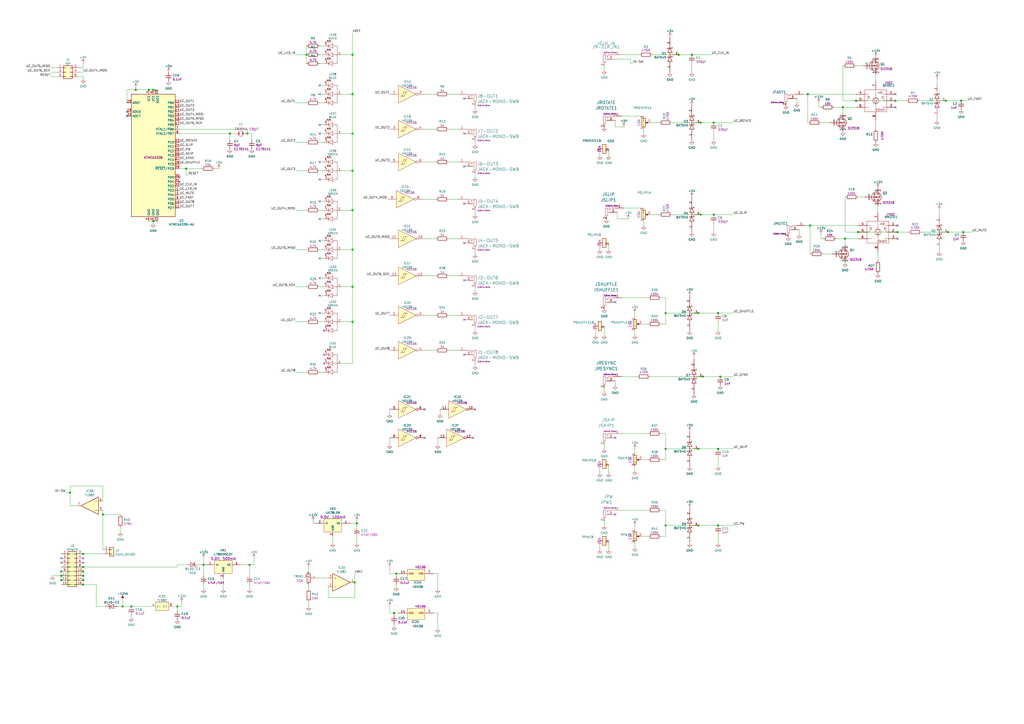
<source format=kicad_sch>
(kicad_sch (version 20210621) (generator eeschema)
  (paper "A2")
  (junction (at 35.56 331.47) (diameter 1.016))
  (junction (at 35.56 334.01) (diameter 1.016))
  (junction (at 35.56 336.55) (diameter 1.016))
  (junction (at 40.64 285.75) (diameter 1.016))
  (junction (at 48.26 321.31) (diameter 1.016))
  (junction (at 48.26 328.93) (diameter 1.016))
  (junction (at 48.26 331.47) (diameter 1.016))
  (junction (at 48.26 334.01) (diameter 1.016))
  (junction (at 48.26 336.55) (diameter 1.016))
  (junction (at 48.26 339.09) (diameter 1.016))
  (junction (at 59.69 298.45) (diameter 1.016))
  (junction (at 71.12 351.79) (diameter 1.016))
  (junction (at 76.2 351.79) (diameter 1.016))
  (junction (at 78.74 52.07) (diameter 1.016))
  (junction (at 86.36 52.07) (diameter 1.016))
  (junction (at 88.9 52.07) (diameter 1.016))
  (junction (at 88.9 128.27) (diameter 1.016))
  (junction (at 102.87 351.79) (diameter 1.016))
  (junction (at 107.95 97.79) (diameter 1.016))
  (junction (at 118.11 327.66) (diameter 1.016))
  (junction (at 133.35 77.47) (diameter 1.016))
  (junction (at 143.51 77.47) (diameter 1.016))
  (junction (at 144.78 327.66) (diameter 1.016))
  (junction (at 177.8 31.75) (diameter 1.016))
  (junction (at 204.47 31.75) (diameter 1.016))
  (junction (at 204.47 54.61) (diameter 1.016))
  (junction (at 204.47 77.47) (diameter 1.016))
  (junction (at 204.47 99.06) (diameter 1.016))
  (junction (at 204.47 121.92) (diameter 1.016))
  (junction (at 204.47 144.78) (diameter 1.016))
  (junction (at 204.47 166.37) (diameter 1.016))
  (junction (at 204.47 186.69) (diameter 1.016))
  (junction (at 205.74 337.82) (diameter 1.016))
  (junction (at 207.01 303.53) (diameter 1.016))
  (junction (at 228.6 355.6) (diameter 1.016))
  (junction (at 229.87 332.74) (diameter 1.016))
  (junction (at 386.08 181.61) (diameter 1.016))
  (junction (at 386.08 260.35) (diameter 1.016))
  (junction (at 386.08 304.8) (diameter 1.016))
  (junction (at 393.7 31.75) (diameter 1.016))
  (junction (at 401.32 31.75) (diameter 1.016))
  (junction (at 405.13 181.61) (diameter 1.016))
  (junction (at 405.13 260.35) (diameter 1.016))
  (junction (at 405.13 304.8) (diameter 1.016))
  (junction (at 406.4 71.12) (diameter 1.016))
  (junction (at 406.4 124.46) (diameter 1.016))
  (junction (at 407.67 218.44) (diameter 1.016))
  (junction (at 414.02 71.12) (diameter 1.016))
  (junction (at 414.02 124.46) (diameter 1.016))
  (junction (at 416.56 181.61) (diameter 1.016))
  (junction (at 416.56 260.35) (diameter 1.016))
  (junction (at 416.56 304.8) (diameter 1.016))
  (junction (at 417.83 218.44) (diameter 1.016))
  (junction (at 468.63 54.61) (diameter 1.016))
  (junction (at 469.9 130.81) (diameter 1.016))
  (junction (at 488.95 62.23) (diameter 1.016))
  (junction (at 490.22 138.43) (diameter 1.016))
  (junction (at 496.57 58.42) (diameter 1.016))
  (junction (at 497.84 134.62) (diameter 1.016))
  (junction (at 519.43 58.42) (diameter 1.016))
  (junction (at 520.7 134.62) (diameter 1.016))
  (junction (at 548.64 58.42) (diameter 1.016))
  (junction (at 549.91 134.62) (diameter 1.016))
  (junction (at 557.53 58.42) (diameter 1.016))
  (junction (at 558.8 134.62) (diameter 1.016))
  (no_connect (at 35.56 323.85))
  (no_connect (at 35.56 326.39))
  (no_connect (at 48.26 323.85))
  (no_connect (at 48.26 326.39))
  (no_connect (at 73.66 64.77))
  (no_connect (at 73.66 67.31))
  (no_connect (at 104.14 102.87))
  (no_connect (at 104.14 105.41))
  (no_connect (at 185.42 49.53))
  (no_connect (at 185.42 54.61))
  (no_connect (at 185.42 72.39))
  (no_connect (at 185.42 77.47))
  (no_connect (at 185.42 93.98))
  (no_connect (at 185.42 104.14))
  (no_connect (at 185.42 116.84))
  (no_connect (at 185.42 127))
  (no_connect (at 185.42 139.7))
  (no_connect (at 185.42 149.86))
  (no_connect (at 185.42 161.29))
  (no_connect (at 185.42 171.45))
  (no_connect (at 185.42 181.61))
  (no_connect (at 187.96 191.77))
  (no_connect (at 187.96 205.74))
  (no_connect (at 187.96 210.82))
  (no_connect (at 246.38 237.49))
  (no_connect (at 246.38 254))
  (no_connect (at 269.24 57.15))
  (no_connect (at 269.24 77.47))
  (no_connect (at 269.24 96.52))
  (no_connect (at 269.24 118.11))
  (no_connect (at 269.24 140.97))
  (no_connect (at 269.24 162.56))
  (no_connect (at 269.24 185.42))
  (no_connect (at 269.24 205.74))
  (no_connect (at 274.32 254))
  (no_connect (at 275.59 237.49))
  (no_connect (at 356.87 175.26))
  (no_connect (at 356.87 254))
  (no_connect (at 356.87 298.45))
  (no_connect (at 519.43 54.61))
  (no_connect (at 519.43 62.23))
  (no_connect (at 520.7 130.81))
  (no_connect (at 520.7 138.43))
  (wire (pts (xy 29.21 39.37) (xy 33.02 39.37)))
  (wire (pts (xy 29.21 41.91) (xy 33.02 41.91)))
  (wire (pts (xy 29.21 44.45) (xy 33.02 44.45)))
  (wire (pts (xy 30.48 334.01) (xy 35.56 334.01)))
  (wire (pts (xy 35.56 321.31) (xy 48.26 321.31)))
  (wire (pts (xy 35.56 328.93) (xy 48.26 328.93)))
  (wire (pts (xy 35.56 331.47) (xy 35.56 334.01)))
  (wire (pts (xy 35.56 331.47) (xy 48.26 331.47)))
  (wire (pts (xy 35.56 334.01) (xy 35.56 336.55)))
  (wire (pts (xy 35.56 334.01) (xy 48.26 334.01)))
  (wire (pts (xy 35.56 336.55) (xy 48.26 336.55)))
  (wire (pts (xy 35.56 339.09) (xy 48.26 339.09)))
  (wire (pts (xy 38.1 285.75) (xy 40.64 285.75)))
  (wire (pts (xy 40.64 281.94) (xy 59.69 281.94)))
  (wire (pts (xy 40.64 285.75) (xy 40.64 281.94)))
  (wire (pts (xy 40.64 293.37) (xy 40.64 285.75)))
  (wire (pts (xy 44.45 293.37) (xy 40.64 293.37)))
  (wire (pts (xy 45.72 41.91) (xy 48.26 41.91)))
  (wire (pts (xy 45.72 44.45) (xy 48.26 44.45)))
  (wire (pts (xy 48.26 36.83) (xy 48.26 39.37)))
  (wire (pts (xy 48.26 39.37) (xy 45.72 39.37)))
  (wire (pts (xy 48.26 44.45) (xy 48.26 45.72)))
  (wire (pts (xy 48.26 321.31) (xy 59.69 321.31)))
  (wire (pts (xy 48.26 328.93) (xy 102.87 328.93)))
  (wire (pts (xy 48.26 331.47) (xy 48.26 334.01)))
  (wire (pts (xy 48.26 334.01) (xy 48.26 336.55)))
  (wire (pts (xy 48.26 339.09) (xy 55.88 339.09)))
  (wire (pts (xy 55.88 351.79) (xy 55.88 339.09)))
  (wire (pts (xy 59.69 281.94) (xy 59.69 290.83)))
  (wire (pts (xy 59.69 295.91) (xy 59.69 298.45)))
  (wire (pts (xy 59.69 298.45) (xy 59.69 318.77)))
  (wire (pts (xy 59.69 298.45) (xy 69.85 298.45)))
  (wire (pts (xy 60.96 351.79) (xy 55.88 351.79)))
  (wire (pts (xy 68.58 351.79) (xy 71.12 351.79)))
  (wire (pts (xy 69.85 306.07) (xy 69.85 308.61)))
  (wire (pts (xy 71.12 347.98) (xy 71.12 351.79)))
  (wire (pts (xy 71.12 351.79) (xy 76.2 351.79)))
  (wire (pts (xy 73.66 52.07) (xy 78.74 52.07)))
  (wire (pts (xy 73.66 59.69) (xy 73.66 52.07)))
  (wire (pts (xy 76.2 351.79) (xy 87.63 351.79)))
  (wire (pts (xy 76.2 356.87) (xy 76.2 358.14)))
  (wire (pts (xy 78.74 50.8) (xy 78.74 52.07)))
  (wire (pts (xy 78.74 52.07) (xy 86.36 52.07)))
  (wire (pts (xy 86.36 52.07) (xy 88.9 52.07)))
  (wire (pts (xy 86.36 128.27) (xy 88.9 128.27)))
  (wire (pts (xy 88.9 52.07) (xy 91.44 52.07)))
  (wire (pts (xy 88.9 128.27) (xy 88.9 129.54)))
  (wire (pts (xy 88.9 128.27) (xy 91.44 128.27)))
  (wire (pts (xy 100.33 351.79) (xy 102.87 351.79)))
  (wire (pts (xy 102.87 327.66) (xy 107.95 327.66)))
  (wire (pts (xy 102.87 328.93) (xy 102.87 327.66)))
  (wire (pts (xy 102.87 351.79) (xy 102.87 354.33)))
  (wire (pts (xy 102.87 351.79) (xy 105.41 351.79)))
  (wire (pts (xy 104.14 74.93) (xy 143.51 74.93)))
  (wire (pts (xy 104.14 77.47) (xy 133.35 77.47)))
  (wire (pts (xy 104.14 97.79) (xy 107.95 97.79)))
  (wire (pts (xy 105.41 351.79) (xy 105.41 349.25)))
  (wire (pts (xy 107.95 97.79) (xy 116.84 97.79)))
  (wire (pts (xy 107.95 101.6) (xy 107.95 97.79)))
  (wire (pts (xy 109.22 101.6) (xy 107.95 101.6)))
  (wire (pts (xy 115.57 327.66) (xy 118.11 327.66)))
  (wire (pts (xy 118.11 323.85) (xy 118.11 327.66)))
  (wire (pts (xy 118.11 327.66) (xy 118.11 334.01)))
  (wire (pts (xy 118.11 327.66) (xy 119.38 327.66)))
  (wire (pts (xy 118.11 339.09) (xy 118.11 341.63)))
  (wire (pts (xy 124.46 97.79) (xy 127 97.79)))
  (wire (pts (xy 129.54 335.28) (xy 129.54 341.63)))
  (wire (pts (xy 133.35 77.47) (xy 133.35 81.28)))
  (wire (pts (xy 133.35 77.47) (xy 137.16 77.47)))
  (wire (pts (xy 139.7 327.66) (xy 144.78 327.66)))
  (wire (pts (xy 142.24 77.47) (xy 143.51 77.47)))
  (wire (pts (xy 143.51 74.93) (xy 143.51 77.47)))
  (wire (pts (xy 143.51 77.47) (xy 146.05 77.47)))
  (wire (pts (xy 144.78 327.66) (xy 144.78 334.01)))
  (wire (pts (xy 144.78 339.09) (xy 144.78 341.63)))
  (wire (pts (xy 146.05 77.47) (xy 146.05 81.28)))
  (wire (pts (xy 147.32 323.85) (xy 147.32 327.66)))
  (wire (pts (xy 147.32 327.66) (xy 144.78 327.66)))
  (wire (pts (xy 171.45 31.75) (xy 177.8 31.75)))
  (wire (pts (xy 171.45 59.69) (xy 177.8 59.69)))
  (wire (pts (xy 171.45 82.55) (xy 177.8 82.55)))
  (wire (pts (xy 171.45 99.06) (xy 177.8 99.06)))
  (wire (pts (xy 171.45 121.92) (xy 177.8 121.92)))
  (wire (pts (xy 171.45 144.78) (xy 177.8 144.78)))
  (wire (pts (xy 171.45 166.37) (xy 177.8 166.37)))
  (wire (pts (xy 171.45 186.69) (xy 177.8 186.69)))
  (wire (pts (xy 171.45 215.9) (xy 177.8 215.9)))
  (wire (pts (xy 177.8 26.67) (xy 177.8 31.75)))
  (wire (pts (xy 177.8 31.75) (xy 177.8 36.83)))
  (wire (pts (xy 179.07 328.93) (xy 179.07 331.47)))
  (wire (pts (xy 179.07 339.09) (xy 179.07 341.63)))
  (wire (pts (xy 179.07 349.25) (xy 179.07 351.79)))
  (wire (pts (xy 181.61 303.53) (xy 181.61 302.26)))
  (wire (pts (xy 182.88 303.53) (xy 181.61 303.53)))
  (wire (pts (xy 182.88 335.28) (xy 190.5 335.28)))
  (wire (pts (xy 185.42 26.67) (xy 187.96 26.67)))
  (wire (pts (xy 185.42 31.75) (xy 187.96 31.75)))
  (wire (pts (xy 185.42 36.83) (xy 187.96 36.83)))
  (wire (pts (xy 185.42 49.53) (xy 187.96 49.53)))
  (wire (pts (xy 185.42 54.61) (xy 187.96 54.61)))
  (wire (pts (xy 185.42 59.69) (xy 187.96 59.69)))
  (wire (pts (xy 185.42 72.39) (xy 187.96 72.39)))
  (wire (pts (xy 185.42 77.47) (xy 187.96 77.47)))
  (wire (pts (xy 185.42 82.55) (xy 187.96 82.55)))
  (wire (pts (xy 185.42 93.98) (xy 187.96 93.98)))
  (wire (pts (xy 185.42 99.06) (xy 187.96 99.06)))
  (wire (pts (xy 185.42 104.14) (xy 187.96 104.14)))
  (wire (pts (xy 185.42 116.84) (xy 187.96 116.84)))
  (wire (pts (xy 185.42 121.92) (xy 187.96 121.92)))
  (wire (pts (xy 185.42 127) (xy 187.96 127)))
  (wire (pts (xy 185.42 139.7) (xy 187.96 139.7)))
  (wire (pts (xy 185.42 144.78) (xy 187.96 144.78)))
  (wire (pts (xy 185.42 149.86) (xy 187.96 149.86)))
  (wire (pts (xy 185.42 161.29) (xy 187.96 161.29)))
  (wire (pts (xy 185.42 166.37) (xy 187.96 166.37)))
  (wire (pts (xy 185.42 171.45) (xy 187.96 171.45)))
  (wire (pts (xy 185.42 181.61) (xy 187.96 181.61)))
  (wire (pts (xy 185.42 186.69) (xy 187.96 186.69)))
  (wire (pts (xy 185.42 215.9) (xy 187.96 215.9)))
  (wire (pts (xy 190.5 340.36) (xy 190.5 346.71)))
  (wire (pts (xy 190.5 346.71) (xy 205.74 346.71)))
  (wire (pts (xy 193.04 311.15) (xy 193.04 314.96)))
  (wire (pts (xy 198.12 31.75) (xy 204.47 31.75)))
  (wire (pts (xy 198.12 54.61) (xy 204.47 54.61)))
  (wire (pts (xy 198.12 77.47) (xy 204.47 77.47)))
  (wire (pts (xy 198.12 99.06) (xy 204.47 99.06)))
  (wire (pts (xy 198.12 121.92) (xy 204.47 121.92)))
  (wire (pts (xy 198.12 144.78) (xy 204.47 144.78)))
  (wire (pts (xy 198.12 166.37) (xy 204.47 166.37)))
  (wire (pts (xy 198.12 186.69) (xy 204.47 186.69)))
  (wire (pts (xy 198.12 210.82) (xy 204.47 210.82)))
  (wire (pts (xy 203.2 303.53) (xy 207.01 303.53)))
  (wire (pts (xy 204.47 19.05) (xy 204.47 31.75)))
  (wire (pts (xy 204.47 54.61) (xy 204.47 31.75)))
  (wire (pts (xy 204.47 77.47) (xy 204.47 54.61)))
  (wire (pts (xy 204.47 99.06) (xy 204.47 77.47)))
  (wire (pts (xy 204.47 121.92) (xy 204.47 99.06)))
  (wire (pts (xy 204.47 144.78) (xy 204.47 121.92)))
  (wire (pts (xy 204.47 144.78) (xy 204.47 166.37)))
  (wire (pts (xy 204.47 166.37) (xy 204.47 186.69)))
  (wire (pts (xy 204.47 186.69) (xy 204.47 210.82)))
  (wire (pts (xy 205.74 332.74) (xy 205.74 337.82)))
  (wire (pts (xy 205.74 346.71) (xy 205.74 337.82)))
  (wire (pts (xy 207.01 302.26) (xy 207.01 303.53)))
  (wire (pts (xy 207.01 303.53) (xy 207.01 306.07)))
  (wire (pts (xy 207.01 311.15) (xy 207.01 314.96)))
  (wire (pts (xy 226.06 240.03) (xy 226.06 237.49)))
  (wire (pts (xy 226.06 254) (xy 226.06 257.81)))
  (wire (pts (xy 226.06 328.93) (xy 226.06 332.74)))
  (wire (pts (xy 226.06 332.74) (xy 229.87 332.74)))
  (wire (pts (xy 226.06 351.79) (xy 226.06 355.6)))
  (wire (pts (xy 226.06 355.6) (xy 228.6 355.6)))
  (wire (pts (xy 228.6 355.6) (xy 228.6 356.87)))
  (wire (pts (xy 228.6 355.6) (xy 231.14 355.6)))
  (wire (pts (xy 228.6 361.95) (xy 228.6 363.22)))
  (wire (pts (xy 229.87 332.74) (xy 229.87 334.01)))
  (wire (pts (xy 229.87 332.74) (xy 231.14 332.74)))
  (wire (pts (xy 229.87 339.09) (xy 229.87 340.36)))
  (wire (pts (xy 245.11 115.57) (xy 252.73 115.57)))
  (wire (pts (xy 246.38 54.61) (xy 252.73 54.61)))
  (wire (pts (xy 246.38 74.93) (xy 252.73 74.93)))
  (wire (pts (xy 246.38 93.98) (xy 252.73 93.98)))
  (wire (pts (xy 246.38 138.43) (xy 252.73 138.43)))
  (wire (pts (xy 246.38 160.02) (xy 252.73 160.02)))
  (wire (pts (xy 246.38 182.88) (xy 252.73 182.88)))
  (wire (pts (xy 246.38 203.2) (xy 252.73 203.2)))
  (wire (pts (xy 251.46 332.74) (xy 254 332.74)))
  (wire (pts (xy 251.46 355.6) (xy 254 355.6)))
  (wire (pts (xy 254 254) (xy 254 257.81)))
  (wire (pts (xy 254 332.74) (xy 254 341.63)))
  (wire (pts (xy 254 355.6) (xy 254 364.49)))
  (wire (pts (xy 255.27 237.49) (xy 255.27 240.03)))
  (wire (pts (xy 260.35 54.61) (xy 265.43 54.61)))
  (wire (pts (xy 260.35 74.93) (xy 265.43 74.93)))
  (wire (pts (xy 260.35 93.98) (xy 265.43 93.98)))
  (wire (pts (xy 260.35 115.57) (xy 265.43 115.57)))
  (wire (pts (xy 260.35 138.43) (xy 265.43 138.43)))
  (wire (pts (xy 260.35 160.02) (xy 265.43 160.02)))
  (wire (pts (xy 260.35 182.88) (xy 265.43 182.88)))
  (wire (pts (xy 260.35 203.2) (xy 265.43 203.2)))
  (wire (pts (xy 275.59 60.96) (xy 275.59 63.5)))
  (wire (pts (xy 275.59 81.28) (xy 275.59 83.82)))
  (wire (pts (xy 275.59 100.33) (xy 275.59 102.87)))
  (wire (pts (xy 275.59 121.92) (xy 275.59 124.46)))
  (wire (pts (xy 275.59 144.78) (xy 275.59 147.32)))
  (wire (pts (xy 275.59 166.37) (xy 275.59 168.91)))
  (wire (pts (xy 275.59 189.23) (xy 275.59 191.77)))
  (wire (pts (xy 275.59 209.55) (xy 275.59 212.09)))
  (wire (pts (xy 345.44 190.5) (xy 345.44 194.31)))
  (wire (pts (xy 347.98 87.63) (xy 347.98 90.17)))
  (wire (pts (xy 347.98 142.24) (xy 347.98 144.78)))
  (wire (pts (xy 347.98 270.51) (xy 347.98 274.32)))
  (wire (pts (xy 347.98 314.96) (xy 347.98 318.77)))
  (wire (pts (xy 350.52 38.1) (xy 350.52 40.64)))
  (wire (pts (xy 350.52 190.5) (xy 350.52 194.31)))
  (wire (pts (xy 350.52 224.79) (xy 350.52 227.33)))
  (wire (pts (xy 350.52 257.81) (xy 350.52 260.35)))
  (wire (pts (xy 350.52 302.26) (xy 350.52 304.8)))
  (wire (pts (xy 353.06 87.63) (xy 353.06 90.17)))
  (wire (pts (xy 353.06 142.24) (xy 353.06 144.78)))
  (wire (pts (xy 353.06 270.51) (xy 353.06 274.32)))
  (wire (pts (xy 353.06 314.96) (xy 353.06 318.77)))
  (wire (pts (xy 356.87 34.29) (xy 365.76 34.29)))
  (wire (pts (xy 356.87 69.85) (xy 356.87 73.66)))
  (wire (pts (xy 356.87 73.66) (xy 361.95 73.66)))
  (wire (pts (xy 356.87 220.98) (xy 356.87 223.52)))
  (wire (pts (xy 358.14 123.19) (xy 358.14 127)))
  (wire (pts (xy 358.14 127) (xy 364.49 127)))
  (wire (pts (xy 360.68 31.75) (xy 370.84 31.75)))
  (wire (pts (xy 360.68 67.31) (xy 373.38 67.31)))
  (wire (pts (xy 360.68 172.72) (xy 375.92 172.72)))
  (wire (pts (xy 360.68 218.44) (xy 369.57 218.44)))
  (wire (pts (xy 360.68 251.46) (xy 375.92 251.46)))
  (wire (pts (xy 360.68 295.91) (xy 375.92 295.91)))
  (wire (pts (xy 361.95 120.65) (xy 373.38 120.65)))
  (wire (pts (xy 365.76 34.29) (xy 365.76 36.83)))
  (wire (pts (xy 365.76 36.83) (xy 367.03 36.83)))
  (wire (pts (xy 368.3 181.61) (xy 368.3 184.15)))
  (wire (pts (xy 368.3 191.77) (xy 368.3 194.31)))
  (wire (pts (xy 368.3 260.35) (xy 368.3 262.89)))
  (wire (pts (xy 368.3 270.51) (xy 368.3 273.05)))
  (wire (pts (xy 368.3 304.8) (xy 368.3 307.34)))
  (wire (pts (xy 368.3 314.96) (xy 368.3 317.5)))
  (wire (pts (xy 372.11 187.96) (xy 375.92 187.96)))
  (wire (pts (xy 372.11 266.7) (xy 375.92 266.7)))
  (wire (pts (xy 372.11 311.15) (xy 375.92 311.15)))
  (wire (pts (xy 373.38 74.93) (xy 373.38 77.47)))
  (wire (pts (xy 373.38 128.27) (xy 373.38 130.81)))
  (wire (pts (xy 377.19 71.12) (xy 382.27 71.12)))
  (wire (pts (xy 377.19 124.46) (xy 382.27 124.46)))
  (wire (pts (xy 377.19 218.44) (xy 407.67 218.44)))
  (wire (pts (xy 378.46 31.75) (xy 393.7 31.75)))
  (wire (pts (xy 383.54 187.96) (xy 386.08 187.96)))
  (wire (pts (xy 383.54 266.7) (xy 386.08 266.7)))
  (wire (pts (xy 383.54 311.15) (xy 386.08 311.15)))
  (wire (pts (xy 386.08 172.72) (xy 383.54 172.72)))
  (wire (pts (xy 386.08 181.61) (xy 386.08 172.72)))
  (wire (pts (xy 386.08 181.61) (xy 405.13 181.61)))
  (wire (pts (xy 386.08 187.96) (xy 386.08 181.61)))
  (wire (pts (xy 386.08 251.46) (xy 383.54 251.46)))
  (wire (pts (xy 386.08 260.35) (xy 386.08 251.46)))
  (wire (pts (xy 386.08 260.35) (xy 405.13 260.35)))
  (wire (pts (xy 386.08 266.7) (xy 386.08 260.35)))
  (wire (pts (xy 386.08 295.91) (xy 383.54 295.91)))
  (wire (pts (xy 386.08 304.8) (xy 386.08 295.91)))
  (wire (pts (xy 386.08 304.8) (xy 405.13 304.8)))
  (wire (pts (xy 386.08 311.15) (xy 386.08 304.8)))
  (wire (pts (xy 389.89 71.12) (xy 406.4 71.12)))
  (wire (pts (xy 389.89 124.46) (xy 406.4 124.46)))
  (wire (pts (xy 393.7 31.75) (xy 401.32 31.75)))
  (wire (pts (xy 401.32 31.75) (xy 412.75 31.75)))
  (wire (pts (xy 401.32 36.83) (xy 401.32 41.91)))
  (wire (pts (xy 402.59 207.01) (xy 402.59 208.28)))
  (wire (pts (xy 405.13 181.61) (xy 416.56 181.61)))
  (wire (pts (xy 405.13 260.35) (xy 416.56 260.35)))
  (wire (pts (xy 405.13 304.8) (xy 416.56 304.8)))
  (wire (pts (xy 406.4 71.12) (xy 414.02 71.12)))
  (wire (pts (xy 406.4 124.46) (xy 414.02 124.46)))
  (wire (pts (xy 407.67 218.44) (xy 417.83 218.44)))
  (wire (pts (xy 414.02 71.12) (xy 425.45 71.12)))
  (wire (pts (xy 414.02 76.2) (xy 414.02 81.28)))
  (wire (pts (xy 414.02 124.46) (xy 425.45 124.46)))
  (wire (pts (xy 414.02 129.54) (xy 414.02 134.62)))
  (wire (pts (xy 416.56 181.61) (xy 425.45 181.61)))
  (wire (pts (xy 416.56 186.69) (xy 416.56 191.77)))
  (wire (pts (xy 416.56 260.35) (xy 425.45 260.35)))
  (wire (pts (xy 416.56 265.43) (xy 416.56 270.51)))
  (wire (pts (xy 416.56 304.8) (xy 425.45 304.8)))
  (wire (pts (xy 416.56 309.88) (xy 416.56 314.96)))
  (wire (pts (xy 417.83 218.44) (xy 425.45 218.44)))
  (wire (pts (xy 462.28 57.15) (xy 462.28 59.69)))
  (wire (pts (xy 463.55 133.35) (xy 463.55 135.89)))
  (wire (pts (xy 468.63 54.61) (xy 466.09 54.61)))
  (wire (pts (xy 468.63 54.61) (xy 468.63 71.12)))
  (wire (pts (xy 469.9 130.81) (xy 467.36 130.81)))
  (wire (pts (xy 469.9 130.81) (xy 469.9 147.32)))
  (wire (pts (xy 474.98 59.69) (xy 474.98 62.23)))
  (wire (pts (xy 474.98 62.23) (xy 476.25 62.23)))
  (wire (pts (xy 476.25 135.89) (xy 476.25 138.43)))
  (wire (pts (xy 476.25 138.43) (xy 477.52 138.43)))
  (wire (pts (xy 481.33 71.12) (xy 476.25 71.12)))
  (wire (pts (xy 482.6 147.32) (xy 477.52 147.32)))
  (wire (pts (xy 488.95 58.42) (xy 488.95 38.1)))
  (wire (pts (xy 488.95 62.23) (xy 483.87 62.23)))
  (wire (pts (xy 488.95 62.23) (xy 488.95 66.04)))
  (wire (pts (xy 490.22 134.62) (xy 490.22 114.3)))
  (wire (pts (xy 490.22 138.43) (xy 485.14 138.43)))
  (wire (pts (xy 490.22 138.43) (xy 490.22 142.24)))
  (wire (pts (xy 496.57 54.61) (xy 468.63 54.61)))
  (wire (pts (xy 496.57 58.42) (xy 488.95 58.42)))
  (wire (pts (xy 496.57 58.42) (xy 519.43 58.42)))
  (wire (pts (xy 496.57 62.23) (xy 488.95 62.23)))
  (wire (pts (xy 497.84 130.81) (xy 469.9 130.81)))
  (wire (pts (xy 497.84 134.62) (xy 490.22 134.62)))
  (wire (pts (xy 497.84 134.62) (xy 520.7 134.62)))
  (wire (pts (xy 497.84 138.43) (xy 490.22 138.43)))
  (wire (pts (xy 500.38 38.1) (xy 496.57 38.1)))
  (wire (pts (xy 501.65 114.3) (xy 497.84 114.3)))
  (wire (pts (xy 508 43.18) (xy 508 46.99)))
  (wire (pts (xy 508 69.85) (xy 508 74.93)))
  (wire (pts (xy 509.27 119.38) (xy 509.27 123.19)))
  (wire (pts (xy 509.27 146.05) (xy 509.27 151.13)))
  (wire (pts (xy 525.78 58.42) (xy 519.43 58.42)))
  (wire (pts (xy 527.05 134.62) (xy 520.7 134.62)))
  (wire (pts (xy 543.56 45.72) (xy 543.56 48.26)))
  (wire (pts (xy 543.56 68.58) (xy 543.56 69.85)))
  (wire (pts (xy 544.83 121.92) (xy 544.83 124.46)))
  (wire (pts (xy 544.83 144.78) (xy 544.83 146.05)))
  (wire (pts (xy 548.64 58.42) (xy 533.4 58.42)))
  (wire (pts (xy 549.91 134.62) (xy 534.67 134.62)))
  (wire (pts (xy 557.53 58.42) (xy 548.64 58.42)))
  (wire (pts (xy 558.8 134.62) (xy 549.91 134.62)))
  (wire (pts (xy 561.34 58.42) (xy 557.53 58.42)))
  (wire (pts (xy 563.88 134.62) (xy 558.8 134.62)))
  (label "UC_OUT5_MISO" (at 29.21 39.37 180))
  (label "UC_OUT6_SCK" (at 29.21 41.91 180))
  (label "RESET" (at 29.21 44.45 180))
  (label "IN-SW" (at 38.1 285.75 180))
  (label "UC_OUT4_MOSI" (at 48.26 41.91 0))
  (label "UC_OUT1" (at 104.14 59.69 0))
  (label "UC_OUT2" (at 104.14 62.23 0))
  (label "UC_OUT3" (at 104.14 64.77 0))
  (label "UC_OUT4_MOSI" (at 104.14 67.31 0))
  (label "UC_OUT5_MISO" (at 104.14 69.85 0))
  (label "UC_OUT6_SCK" (at 104.14 72.39 0))
  (label "UC_ROTATE" (at 104.14 82.55 0))
  (label "UC_SLIP" (at 104.14 85.09 0))
  (label "UC_PW" (at 104.14 87.63 0))
  (label "UC_SKIP" (at 104.14 90.17 0))
  (label "UC_SYNC" (at 104.14 92.71 0))
  (label "UC_SHUFFLE" (at 104.14 95.25 0))
  (label "UC_CLK_IN" (at 104.14 107.95 0))
  (label "UC_LED_IN" (at 104.14 110.49 0))
  (label "UC_MUTE" (at 104.14 113.03 0))
  (label "UC_FAST" (at 104.14 115.57 0))
  (label "UC_OUT8" (at 104.14 118.11 0))
  (label "UC_OUT7" (at 104.14 120.65 0))
  (label "RESET" (at 109.22 101.6 0))
  (label "UC_LED_IN" (at 171.45 31.75 180))
  (label "UC_OUT1" (at 171.45 59.69 180))
  (label "UC_OUT2" (at 171.45 82.55 180))
  (label "UC_OUT3" (at 171.45 99.06 180))
  (label "UC_OUT4_MOSI" (at 171.45 121.92 180))
  (label "UC_OUT5_MISO" (at 171.45 144.78 180))
  (label "UC_OUT6_SCK" (at 171.45 166.37 180))
  (label "UC_OUT7" (at 171.45 186.69 180))
  (label "UC_OUT8" (at 171.45 215.9 180))
  (label "VREF" (at 204.47 19.05 0))
  (label "VREF" (at 205.74 332.74 0))
  (label "UC_OUT4_MOSI" (at 224.79 115.57 180))
  (label "UC_OUT1" (at 226.06 54.61 180))
  (label "UC_OUT2" (at 226.06 74.93 180))
  (label "UC_OUT3" (at 226.06 93.98 180))
  (label "UC_OUT5_MISO" (at 226.06 138.43 180))
  (label "UC_OUT6_SCK" (at 226.06 160.02 180))
  (label "UC_OUT7" (at 226.06 182.88 180))
  (label "UC_OUT8" (at 226.06 203.2 180))
  (label "IN-SW" (at 367.03 36.83 0))
  (label "UC_CLK_IN" (at 412.75 31.75 0))
  (label "UC_ROTATE" (at 425.45 71.12 0))
  (label "UC_SLIP" (at 425.45 124.46 0))
  (label "UC_SHUFFLE" (at 425.45 181.61 0))
  (label "UC_SYNC" (at 425.45 218.44 0))
  (label "UC_SKIP" (at 425.45 260.35 0))
  (label "UC_PW" (at 425.45 304.8 0))
  (label "UC_FAST" (at 561.34 58.42 0))
  (label "UC_MUTE" (at 563.88 134.62 0))
  (symbol (lib_id "4ms_Power_Symbol:+5V") (at 48.26 36.83 0) (unit 1)
    (property "Reference" "#PWR0144" (effects hide))
    (property "Value" "+5V" (at 48.26 33.2826 0))
  )
  (symbol (lib_id "4ms_Power_Symbol:-12VA") (at 71.12 347.98 0) (unit 1)
    (property "Reference" "#PWR0209" (effects hide))
    (property "Value" "-12VA" (at 71.12 344.4326 0))
  )
  (symbol (lib_id "4ms_Power_Symbol:+5V") (at 78.74 50.8 0) (unit 1)
    (property "Reference" "#PWR0146" (effects hide))
    (property "Value" "+5V" (at 78.74 47.2526 0))
  )
  (symbol (lib_id "4ms_Power_Symbol:+5V") (at 97.79 41.91 0) (unit 1)
    (property "Reference" "#PWR0156" (effects hide))
    (property "Value" "+5V" (at 97.79 38.3626 0))
  )
  (symbol (lib_id "4ms_Power_Symbol:+12V") (at 105.41 349.25 0) (unit 1)
    (property "Reference" "#PWR0137" (effects hide))
    (property "Value" "+12V" (at 105.41 345.7026 0))
  )
  (symbol (lib_id "4ms_Power_Symbol:+12V") (at 118.11 323.85 0) (unit 1)
    (property "Reference" "#PWR0139" (effects hide))
    (property "Value" "+12V" (at 118.11 320.3026 0))
  )
  (symbol (lib_id "4ms_Power_Symbol:+5V") (at 127 97.79 0) (unit 1)
    (property "Reference" "#PWR0148" (effects hide))
    (property "Value" "+5V" (at 127 94.2426 0))
  )
  (symbol (lib_id "4ms_Power_Symbol:+5V") (at 147.32 323.85 0) (unit 1)
    (property "Reference" "#PWR0152" (effects hide))
    (property "Value" "+5V" (at 147.32 320.3026 0))
  )
  (symbol (lib_id "4ms_Power_Symbol:+5V") (at 179.07 328.93 0) (unit 1)
    (property "Reference" "#PWR0153" (effects hide))
    (property "Value" "+5V" (at 179.07 325.3826 0))
  )
  (symbol (lib_id "4ms_Power_Symbol:+12V") (at 181.61 302.26 0) (unit 1)
    (property "Reference" "#PWR0134" (effects hide))
    (property "Value" "+12V" (at 181.61 298.7126 0))
  )
  (symbol (lib_id "4ms_Power_Symbol:+9V") (at 207.01 302.26 0) (unit 1)
    (property "Reference" "#PWR0131" (effects hide))
    (property "Value" "+9V" (at 207.01 298.7126 0))
  )
  (symbol (lib_id "4ms_Power_Symbol:+9V") (at 226.06 328.93 0) (unit 1)
    (property "Reference" "#PWR0143" (effects hide))
    (property "Value" "+9V" (at 226.06 325.3826 0))
  )
  (symbol (lib_id "4ms_Power_Symbol:+9V") (at 226.06 351.79 0) (unit 1)
    (property "Reference" "#PWR0142" (effects hide))
    (property "Value" "+9V" (at 226.06 348.2426 0))
  )
  (symbol (lib_id "4ms_Power_Symbol:+5V") (at 361.95 73.66 0) (unit 1)
    (property "Reference" "#PWR0193" (effects hide))
    (property "Value" "+5V" (at 361.95 70.1126 0))
  )
  (symbol (lib_id "4ms_Power_Symbol:+5V") (at 364.49 127 0) (unit 1)
    (property "Reference" "#PWR0168" (effects hide))
    (property "Value" "+5V" (at 364.49 123.4526 0))
  )
  (symbol (lib_id "4ms_Power_Symbol:+5V") (at 368.3 181.61 0) (unit 1)
    (property "Reference" "#PWR0164" (effects hide))
    (property "Value" "+5V" (at 368.3 178.0626 0))
  )
  (symbol (lib_id "4ms_Power_Symbol:+5V") (at 368.3 260.35 0) (unit 1)
    (property "Reference" "#PWR0106" (effects hide))
    (property "Value" "+5V" (at 368.3 256.8026 0))
  )
  (symbol (lib_id "4ms_Power_Symbol:+5V") (at 368.3 304.8 0) (unit 1)
    (property "Reference" "#PWR0116" (effects hide))
    (property "Value" "+5V" (at 368.3 301.2526 0))
  )
  (symbol (lib_id "4ms_Power_Symbol:+5V") (at 388.62 21.59 0) (unit 1)
    (property "Reference" "#PWR0195" (effects hide))
    (property "Value" "+5V" (at 388.62 18.0426 0))
  )
  (symbol (lib_id "4ms_Power_Symbol:+5V") (at 400.05 171.45 0) (unit 1)
    (property "Reference" "#PWR0163" (effects hide))
    (property "Value" "+5V" (at 400.05 167.9026 0))
  )
  (symbol (lib_id "4ms_Power_Symbol:+5V") (at 400.05 250.19 0) (unit 1)
    (property "Reference" "#PWR0103" (effects hide))
    (property "Value" "+5V" (at 400.05 246.6426 0))
  )
  (symbol (lib_id "4ms_Power_Symbol:+5V") (at 400.05 294.64 0) (unit 1)
    (property "Reference" "#PWR0125" (effects hide))
    (property "Value" "+5V" (at 400.05 291.0926 0))
  )
  (symbol (lib_id "4ms_Power_Symbol:+5V") (at 401.32 60.96 0) (unit 1)
    (property "Reference" "#PWR0199" (effects hide))
    (property "Value" "+5V" (at 401.32 57.4126 0))
  )
  (symbol (lib_id "4ms_Power_Symbol:+5V") (at 401.32 114.3 0) (unit 1)
    (property "Reference" "#PWR0167" (effects hide))
    (property "Value" "+5V" (at 401.32 110.7526 0))
  )
  (symbol (lib_id "4ms_Power_Symbol:+5V") (at 402.59 207.01 0) (unit 1)
    (property "Reference" "#PWR0110" (effects hide))
    (property "Value" "+5V" (at 402.59 203.4626 0))
  )
  (symbol (lib_id "4ms_Power_Symbol:+12V") (at 474.98 59.69 0) (mirror y) (unit 1)
    (property "Reference" "#PWR0175" (effects hide))
    (property "Value" "+12V" (at 474.98 56.1426 0))
  )
  (symbol (lib_id "4ms_Power_Symbol:+12V") (at 476.25 135.89 0) (mirror y) (unit 1)
    (property "Reference" "#PWR0160" (effects hide))
    (property "Value" "+12V" (at 476.25 132.3426 0))
  )
  (symbol (lib_id "4ms_Power_Symbol:+12V") (at 508 33.02 0) (mirror y) (unit 1)
    (property "Reference" "#PWR0173" (effects hide))
    (property "Value" "+12V" (at 508 29.4726 0))
  )
  (symbol (lib_id "4ms_Power_Symbol:+12V") (at 509.27 109.22 0) (mirror y) (unit 1)
    (property "Reference" "#PWR0161" (effects hide))
    (property "Value" "+12V" (at 509.27 105.6726 0))
  )
  (symbol (lib_id "4ms_Power_Symbol:+5V") (at 543.56 45.72 0) (mirror y) (unit 1)
    (property "Reference" "#PWR0177" (effects hide))
    (property "Value" "+5V" (at 543.56 42.1726 0))
  )
  (symbol (lib_id "4ms_Power_Symbol:+5V") (at 544.83 121.92 0) (mirror y) (unit 1)
    (property "Reference" "#PWR0205" (effects hide))
    (property "Value" "+5V" (at 544.83 118.3726 0))
  )
  (symbol (lib_id "4ms_Power_Symbol:GND") (at 30.48 334.01 0) (unit 1)
    (property "Reference" "#PWR0141" (effects hide))
    (property "Value" "GND" (at 30.48 338.3344 0))
  )
  (symbol (lib_id "4ms_Power_Symbol:GND") (at 48.26 45.72 0) (unit 1)
    (property "Reference" "#PWR0145" (effects hide))
    (property "Value" "GND" (at 48.26 50.0444 0))
  )
  (symbol (lib_id "4ms_Power_Symbol:GND") (at 69.85 308.61 0) (unit 1)
    (property "Reference" "#PWR0140" (effects hide))
    (property "Value" "GND" (at 69.85 312.9344 0))
  )
  (symbol (lib_id "4ms_Power_Symbol:GND") (at 76.2 358.14 0) (unit 1)
    (property "Reference" "#PWR0136" (effects hide))
    (property "Value" "GND" (at 76.2 362.4644 0))
  )
  (symbol (lib_id "4ms_Power_Symbol:GND") (at 88.9 129.54 0) (unit 1)
    (property "Reference" "#PWR0135" (effects hide))
    (property "Value" "GND" (at 88.9 133.8644 0))
  )
  (symbol (lib_id "4ms_Power_Symbol:GND") (at 97.79 46.99 0) (unit 1)
    (property "Reference" "#PWR0157" (effects hide))
    (property "Value" "GND" (at 97.79 51.3144 0))
  )
  (symbol (lib_id "4ms_Power_Symbol:GND") (at 102.87 359.41 0) (unit 1)
    (property "Reference" "#PWR0208" (effects hide))
    (property "Value" "GND" (at 102.87 363.7344 0))
  )
  (symbol (lib_id "4ms_Power_Symbol:GND") (at 118.11 341.63 0) (unit 1)
    (property "Reference" "#PWR0138" (effects hide))
    (property "Value" "GND" (at 118.11 345.9544 0))
  )
  (symbol (lib_id "4ms_Power_Symbol:GND") (at 129.54 341.63 0) (unit 1)
    (property "Reference" "#PWR0151" (effects hide))
    (property "Value" "GND" (at 129.54 345.9544 0))
  )
  (symbol (lib_id "4ms_Power_Symbol:GND") (at 133.35 86.36 0) (unit 1)
    (property "Reference" "#PWR0149" (effects hide))
    (property "Value" "GND" (at 133.35 90.6844 0))
  )
  (symbol (lib_id "4ms_Power_Symbol:GND") (at 144.78 341.63 0) (unit 1)
    (property "Reference" "#PWR0154" (effects hide))
    (property "Value" "GND" (at 144.78 345.9544 0))
  )
  (symbol (lib_id "4ms_Power_Symbol:GND") (at 146.05 86.36 0) (unit 1)
    (property "Reference" "#PWR0101" (effects hide))
    (property "Value" "GND" (at 146.05 90.6844 0))
  )
  (symbol (lib_id "4ms_Power_Symbol:GND") (at 179.07 351.79 0) (unit 1)
    (property "Reference" "#PWR0155" (effects hide))
    (property "Value" "GND" (at 179.07 356.1144 0))
  )
  (symbol (lib_id "4ms_Power_Symbol:GND") (at 193.04 314.96 0) (unit 1)
    (property "Reference" "#PWR0132" (effects hide))
    (property "Value" "GND" (at 193.04 319.2844 0))
  )
  (symbol (lib_id "4ms_Power_Symbol:GND") (at 207.01 314.96 0) (unit 1)
    (property "Reference" "#PWR0130" (effects hide))
    (property "Value" "GND" (at 207.01 319.2844 0))
  )
  (symbol (lib_id "4ms_Power_Symbol:GND") (at 226.06 240.03 0) (unit 1)
    (property "Reference" "#PWR0127" (effects hide))
    (property "Value" "GND" (at 226.06 244.3544 0))
  )
  (symbol (lib_id "4ms_Power_Symbol:GND") (at 226.06 257.81 0) (unit 1)
    (property "Reference" "#PWR0128" (effects hide))
    (property "Value" "GND" (at 226.06 262.1344 0))
  )
  (symbol (lib_id "4ms_Power_Symbol:GND") (at 228.6 363.22 0) (unit 1)
    (property "Reference" "#PWR0210" (effects hide))
    (property "Value" "GND" (at 228.6 367.5444 0))
  )
  (symbol (lib_id "4ms_Power_Symbol:GND") (at 229.87 340.36 0) (unit 1)
    (property "Reference" "#PWR0211" (effects hide))
    (property "Value" "GND" (at 229.87 344.6844 0))
  )
  (symbol (lib_id "4ms_Power_Symbol:GND") (at 254 257.81 0) (unit 1)
    (property "Reference" "#PWR0133" (effects hide))
    (property "Value" "GND" (at 254 262.1344 0))
  )
  (symbol (lib_id "4ms_Power_Symbol:GND") (at 254 341.63 0) (unit 1)
    (property "Reference" "#PWR0213" (effects hide))
    (property "Value" "GND" (at 254 345.9544 0))
  )
  (symbol (lib_id "4ms_Power_Symbol:GND") (at 254 364.49 0) (unit 1)
    (property "Reference" "#PWR0212" (effects hide))
    (property "Value" "GND" (at 254 368.8144 0))
  )
  (symbol (lib_id "4ms_Power_Symbol:GND") (at 255.27 240.03 0) (unit 1)
    (property "Reference" "#PWR0129" (effects hide))
    (property "Value" "GND" (at 255.27 244.3544 0))
  )
  (symbol (lib_id "4ms_Power_Symbol:GND") (at 275.59 63.5 0) (unit 1)
    (property "Reference" "#PWR0181" (effects hide))
    (property "Value" "GND" (at 275.59 67.8244 0))
  )
  (symbol (lib_id "4ms_Power_Symbol:GND") (at 275.59 83.82 0) (unit 1)
    (property "Reference" "#PWR0182" (effects hide))
    (property "Value" "GND" (at 275.59 88.1444 0))
  )
  (symbol (lib_id "4ms_Power_Symbol:GND") (at 275.59 102.87 0) (unit 1)
    (property "Reference" "#PWR0183" (effects hide))
    (property "Value" "GND" (at 275.59 107.1944 0))
  )
  (symbol (lib_id "4ms_Power_Symbol:GND") (at 275.59 124.46 0) (unit 1)
    (property "Reference" "#PWR0186" (effects hide))
    (property "Value" "GND" (at 275.59 128.7844 0))
  )
  (symbol (lib_id "4ms_Power_Symbol:GND") (at 275.59 147.32 0) (unit 1)
    (property "Reference" "#PWR0189" (effects hide))
    (property "Value" "GND" (at 275.59 151.6444 0))
  )
  (symbol (lib_id "4ms_Power_Symbol:GND") (at 275.59 168.91 0) (unit 1)
    (property "Reference" "#PWR0187" (effects hide))
    (property "Value" "GND" (at 275.59 173.2344 0))
  )
  (symbol (lib_id "4ms_Power_Symbol:GND") (at 275.59 191.77 0) (unit 1)
    (property "Reference" "#PWR0188" (effects hide))
    (property "Value" "GND" (at 275.59 196.0944 0))
  )
  (symbol (lib_id "4ms_Power_Symbol:GND") (at 275.59 212.09 0) (unit 1)
    (property "Reference" "#PWR0102" (effects hide))
    (property "Value" "GND" (at 275.59 216.4144 0))
  )
  (symbol (lib_id "4ms_Power_Symbol:GND") (at 345.44 194.31 0) (unit 1)
    (property "Reference" "#PWR0112" (effects hide))
    (property "Value" "GND" (at 345.44 198.6344 0))
  )
  (symbol (lib_id "4ms_Power_Symbol:GND") (at 347.98 90.17 0) (unit 1)
    (property "Reference" "#PWR0185" (effects hide))
    (property "Value" "GND" (at 347.98 94.4944 0))
  )
  (symbol (lib_id "4ms_Power_Symbol:GND") (at 347.98 144.78 0) (unit 1)
    (property "Reference" "#PWR0171" (effects hide))
    (property "Value" "GND" (at 347.98 149.1044 0))
  )
  (symbol (lib_id "4ms_Power_Symbol:GND") (at 347.98 274.32 0) (unit 1)
    (property "Reference" "#PWR0119" (effects hide))
    (property "Value" "GND" (at 347.98 278.6444 0))
  )
  (symbol (lib_id "4ms_Power_Symbol:GND") (at 347.98 318.77 0) (unit 1)
    (property "Reference" "#PWR0120" (effects hide))
    (property "Value" "GND" (at 347.98 323.0944 0))
  )
  (symbol (lib_id "4ms_Power_Symbol:GND") (at 350.52 40.64 0) (unit 1)
    (property "Reference" "#PWR0197" (effects hide))
    (property "Value" "GND" (at 350.52 44.9644 0))
  )
  (symbol (lib_id "4ms_Power_Symbol:GND") (at 350.52 73.66 0) (unit 1)
    (property "Reference" "#PWR0191" (effects hide))
    (property "Value" "GND" (at 354.33 81.7944 0))
  )
  (symbol (lib_id "4ms_Power_Symbol:GND") (at 350.52 179.07 0) (unit 1)
    (property "Reference" "#PWR0165" (effects hide))
    (property "Value" "GND" (at 350.52 183.3944 0))
  )
  (symbol (lib_id "4ms_Power_Symbol:GND") (at 350.52 194.31 0) (unit 1)
    (property "Reference" "#PWR0113" (effects hide))
    (property "Value" "GND" (at 350.52 198.6344 0))
  )
  (symbol (lib_id "4ms_Power_Symbol:GND") (at 350.52 227.33 0) (unit 1)
    (property "Reference" "#PWR0109" (effects hide))
    (property "Value" "GND" (at 350.52 231.6544 0))
  )
  (symbol (lib_id "4ms_Power_Symbol:GND") (at 350.52 260.35 0) (unit 1)
    (property "Reference" "#PWR0108" (effects hide))
    (property "Value" "GND" (at 350.52 264.6744 0))
  )
  (symbol (lib_id "4ms_Power_Symbol:GND") (at 350.52 304.8 0) (unit 1)
    (property "Reference" "#PWR0121" (effects hide))
    (property "Value" "GND" (at 350.52 309.1244 0))
  )
  (symbol (lib_id "4ms_Power_Symbol:GND") (at 351.79 127 0) (unit 1)
    (property "Reference" "#PWR0170" (effects hide))
    (property "Value" "GND" (at 351.79 131.3244 0))
  )
  (symbol (lib_id "4ms_Power_Symbol:GND") (at 353.06 90.17 0) (unit 1)
    (property "Reference" "#PWR0184" (effects hide))
    (property "Value" "GND" (at 353.06 94.4944 0))
  )
  (symbol (lib_id "4ms_Power_Symbol:GND") (at 353.06 144.78 0) (unit 1)
    (property "Reference" "#PWR0172" (effects hide))
    (property "Value" "GND" (at 353.06 149.1044 0))
  )
  (symbol (lib_id "4ms_Power_Symbol:GND") (at 353.06 274.32 0) (unit 1)
    (property "Reference" "#PWR0117" (effects hide))
    (property "Value" "GND" (at 353.06 278.6444 0))
  )
  (symbol (lib_id "4ms_Power_Symbol:GND") (at 353.06 318.77 0) (unit 1)
    (property "Reference" "#PWR0122" (effects hide))
    (property "Value" "GND" (at 353.06 323.0944 0))
  )
  (symbol (lib_id "4ms_Power_Symbol:GND") (at 356.87 223.52 0) (unit 1)
    (property "Reference" "#PWR0107" (effects hide))
    (property "Value" "GND" (at 356.87 227.8444 0))
  )
  (symbol (lib_id "4ms_Power_Symbol:GND") (at 368.3 194.31 0) (unit 1)
    (property "Reference" "#PWR0111" (effects hide))
    (property "Value" "GND" (at 368.3 198.6344 0))
  )
  (symbol (lib_id "4ms_Power_Symbol:GND") (at 368.3 273.05 0) (unit 1)
    (property "Reference" "#PWR0118" (effects hide))
    (property "Value" "GND" (at 368.3 277.3744 0))
  )
  (symbol (lib_id "4ms_Power_Symbol:GND") (at 368.3 317.5 0) (unit 1)
    (property "Reference" "#PWR0126" (effects hide))
    (property "Value" "GND" (at 368.3 321.8244 0))
  )
  (symbol (lib_id "4ms_Power_Symbol:GND") (at 373.38 77.47 0) (unit 1)
    (property "Reference" "#PWR0192" (effects hide))
    (property "Value" "GND" (at 373.38 81.7944 0))
  )
  (symbol (lib_id "4ms_Power_Symbol:GND") (at 373.38 130.81 0) (unit 1)
    (property "Reference" "#PWR0169" (effects hide))
    (property "Value" "GND" (at 373.38 135.1344 0))
  )
  (symbol (lib_id "4ms_Power_Symbol:GND") (at 388.62 41.91 0) (unit 1)
    (property "Reference" "#PWR0196" (effects hide))
    (property "Value" "GND" (at 388.62 46.2344 0))
  )
  (symbol (lib_id "4ms_Power_Symbol:GND") (at 400.05 191.77 0) (unit 1)
    (property "Reference" "#PWR0200" (effects hide))
    (property "Value" "GND" (at 400.05 196.0944 0))
  )
  (symbol (lib_id "4ms_Power_Symbol:GND") (at 400.05 270.51 0) (unit 1)
    (property "Reference" "#PWR0115" (effects hide))
    (property "Value" "GND" (at 400.05 274.8344 0))
  )
  (symbol (lib_id "4ms_Power_Symbol:GND") (at 400.05 314.96 0) (unit 1)
    (property "Reference" "#PWR0123" (effects hide))
    (property "Value" "GND" (at 400.05 319.2844 0))
  )
  (symbol (lib_id "4ms_Power_Symbol:GND") (at 401.32 41.91 0) (unit 1)
    (property "Reference" "#PWR0194" (effects hide))
    (property "Value" "GND" (at 401.32 46.2344 0))
  )
  (symbol (lib_id "4ms_Power_Symbol:GND") (at 401.32 81.28 0) (unit 1)
    (property "Reference" "#PWR0198" (effects hide))
    (property "Value" "GND" (at 401.32 85.6044 0))
  )
  (symbol (lib_id "4ms_Power_Symbol:GND") (at 401.32 134.62 0) (unit 1)
    (property "Reference" "#PWR0166" (effects hide))
    (property "Value" "GND" (at 401.32 138.9444 0))
  )
  (symbol (lib_id "4ms_Power_Symbol:GND") (at 402.59 228.6 0) (unit 1)
    (property "Reference" "#PWR0104" (effects hide))
    (property "Value" "GND" (at 402.59 232.9244 0))
  )
  (symbol (lib_id "4ms_Power_Symbol:GND") (at 414.02 81.28 0) (unit 1)
    (property "Reference" "#PWR0190" (effects hide))
    (property "Value" "GND" (at 414.02 85.6044 0))
  )
  (symbol (lib_id "4ms_Power_Symbol:GND") (at 414.02 134.62 0) (unit 1)
    (property "Reference" "#PWR0201" (effects hide))
    (property "Value" "GND" (at 414.02 138.9444 0))
  )
  (symbol (lib_id "4ms_Power_Symbol:GND") (at 416.56 191.77 0) (unit 1)
    (property "Reference" "#PWR0202" (effects hide))
    (property "Value" "GND" (at 416.56 196.0944 0))
  )
  (symbol (lib_id "4ms_Power_Symbol:GND") (at 416.56 270.51 0) (unit 1)
    (property "Reference" "#PWR0114" (effects hide))
    (property "Value" "GND" (at 416.56 274.8344 0))
  )
  (symbol (lib_id "4ms_Power_Symbol:GND") (at 416.56 314.96 0) (unit 1)
    (property "Reference" "#PWR0124" (effects hide))
    (property "Value" "GND" (at 416.56 319.2844 0))
  )
  (symbol (lib_id "4ms_Power_Symbol:GND") (at 417.83 223.52 0) (unit 1)
    (property "Reference" "#PWR0105" (effects hide))
    (property "Value" "GND" (at 417.83 227.8444 0))
  )
  (symbol (lib_id "4ms_Power_Symbol:GND") (at 455.93 60.96 0) (mirror y) (unit 1)
    (property "Reference" "#PWR0179" (effects hide))
    (property "Value" "GND" (at 455.93 65.2844 0))
  )
  (symbol (lib_id "4ms_Power_Symbol:GND") (at 457.2 137.16 0) (mirror y) (unit 1)
    (property "Reference" "#PWR0158" (effects hide))
    (property "Value" "GND" (at 457.2 141.4844 0))
  )
  (symbol (lib_id "4ms_Power_Symbol:GND") (at 462.28 59.69 0) (mirror y) (unit 1)
    (property "Reference" "#PWR0180" (effects hide))
    (property "Value" "GND" (at 462.28 64.0144 0))
  )
  (symbol (lib_id "4ms_Power_Symbol:GND") (at 463.55 135.89 0) (mirror y) (unit 1)
    (property "Reference" "#PWR0159" (effects hide))
    (property "Value" "GND" (at 463.55 140.2144 0))
  )
  (symbol (lib_id "4ms_Power_Symbol:GND") (at 488.95 76.2 0) (mirror y) (unit 1)
    (property "Reference" "#PWR0174" (effects hide))
    (property "Value" "GND" (at 488.95 80.5244 0))
  )
  (symbol (lib_id "4ms_Power_Symbol:GND") (at 490.22 152.4 0) (mirror y) (unit 1)
    (property "Reference" "#PWR0203" (effects hide))
    (property "Value" "GND" (at 490.22 156.7244 0))
  )
  (symbol (lib_id "4ms_Power_Symbol:GND") (at 508 82.55 0) (mirror y) (unit 1)
    (property "Reference" "#PWR0162" (effects hide))
    (property "Value" "GND" (at 508 86.8744 0))
  )
  (symbol (lib_id "4ms_Power_Symbol:GND") (at 509.27 158.75 0) (mirror y) (unit 1)
    (property "Reference" "#PWR0204" (effects hide))
    (property "Value" "GND" (at 509.27 163.0744 0))
  )
  (symbol (lib_id "4ms_Power_Symbol:GND") (at 543.56 69.85 0) (mirror y) (unit 1)
    (property "Reference" "#PWR0178" (effects hide))
    (property "Value" "GND" (at 543.56 74.1744 0))
  )
  (symbol (lib_id "4ms_Power_Symbol:GND") (at 544.83 146.05 0) (mirror y) (unit 1)
    (property "Reference" "#PWR0206" (effects hide))
    (property "Value" "GND" (at 544.83 150.3744 0))
  )
  (symbol (lib_id "4ms_Power_Symbol:GND") (at 557.53 63.5 0) (mirror y) (unit 1)
    (property "Reference" "#PWR0176" (effects hide))
    (property "Value" "GND" (at 557.53 67.8244 0))
  )
  (symbol (lib_id "4ms_Power_Symbol:GND") (at 558.8 139.7 0) (mirror y) (unit 1)
    (property "Reference" "#PWR0207" (effects hide))
    (property "Value" "GND" (at 558.8 144.0244 0))
  )
  (symbol (lib_id "4ms_Crystal:16MHz_18pF_FA238") (at 139.7 77.47 0) (unit 1)
    (property "Reference" "Y1" (at 139.7 72.2188 0))
    (property "Value" "16MHz_18pF_FA238" (effects hide))
    (property "Footprint" "4ms_Crystal:FA-238" (effects hide))
    (property "Specifications" "16MHz 18pF 10ppm ESR:60ohms" (effects hide))
    (property "Manufacturer" "Epson Timing" (effects hide))
    (property "Part Number" "TSX-3225 16.0000MF18X-AC3" (effects hide))
    (property "Display" "16MHz" (at 139.7 74.722 0) (effects (font (size 1.524 1.524))))
    (property "Display 2" "18pF" (at 147.32 74.8896 0) (effects (font (size 1.524 1.524))))
    (property "JLCPCB ID" "C90906" (effects hide))
  )
  (symbol (lib_id "4ms_Resistor:470k_0603") (at 69.85 302.26 0) (unit 1)
    (property "Reference" "R40" (at 71.6281 301.4991 0) (effects (justify left)))
    (property "Value" "470k_0603" (effects hide))
    (property "Footprint" "4ms_Resistor:R_0603" (effects hide))
    (property "Specifications" "470K, 1%, 1/10W, 0603" (effects hide))
    (property "Manufacturer" "Yageo" (effects hide))
    (property "Part Number" "RC0603FR-0747KL" (effects hide))
    (property "Display" "470k" (at 71.6281 303.7978 0) (effects (justify left)))
    (property "JLCPCB ID" "C23178" (effects hide))
  )
  (symbol (lib_id "4ms_Resistor:10k_0603") (at 120.65 97.79 90) (unit 1)
    (property "Reference" "R16" (at 120.65 93.3408 90))
    (property "Value" "10k_0603" (effects hide))
    (property "Footprint" "4ms_Resistor:R_0603" (effects hide))
    (property "Specifications" "10K, 1%, 1/10W, 0603" (effects hide))
    (property "Manufacturer" "Yageo" (effects hide))
    (property "Part Number" "RC0603FR-0710KL" (effects hide))
    (property "Display" "10k" (at 120.65 95.6395 90))
    (property "JLCPCB ID" "C25804" (effects hide))
  )
  (symbol (lib_id "4ms_Resistor:10k_0603") (at 179.07 345.44 0) (unit 1)
    (property "Reference" "R42" (at 180.8481 344.6791 0) (effects (justify left)))
    (property "Value" "10k_0603" (effects hide))
    (property "Footprint" "4ms_Resistor:R_0603" (effects hide))
    (property "Specifications" "10K, 1%, 1/10W, 0603" (effects hide))
    (property "Manufacturer" "Yageo" (effects hide))
    (property "Part Number" "RC0603FR-0710KL" (effects hide))
    (property "Display" "10k" (at 180.8481 346.9778 0) (effects (justify left)))
    (property "JLCPCB ID" "C25804" (effects hide))
  )
  (symbol (lib_id "4ms_Resistor:4.7k_0603") (at 181.61 26.67 90) (unit 1)
    (property "Reference" "R1" (at 181.61 22.2208 90))
    (property "Value" "4.7k_0603" (effects hide))
    (property "Footprint" "4ms_Resistor:R_0603" (effects hide))
    (property "Specifications" "4k7, 1%, 1/10W, 0603" (effects hide))
    (property "Manufacturer" "Yageo" (effects hide))
    (property "Part Number" "RC0603FR-074K7L" (effects hide))
    (property "Display" "4.7k" (at 181.61 24.5195 90))
    (property "JLCPCB ID" "C23162" (effects hide))
  )
  (symbol (lib_id "4ms_Resistor:4.7k_0603") (at 181.61 31.75 90) (unit 1)
    (property "Reference" "R2" (at 181.61 27.3008 90))
    (property "Value" "4.7k_0603" (effects hide))
    (property "Footprint" "4ms_Resistor:R_0603" (effects hide))
    (property "Specifications" "4k7, 1%, 1/10W, 0603" (effects hide))
    (property "Manufacturer" "Yageo" (effects hide))
    (property "Part Number" "RC0603FR-074K7L" (effects hide))
    (property "Display" "4.7k" (at 181.61 29.5995 90))
    (property "JLCPCB ID" "C23162" (effects hide))
  )
  (symbol (lib_id "4ms_Resistor:4.7k_0603") (at 181.61 36.83 90) (unit 1)
    (property "Reference" "R4" (at 181.61 32.3808 90))
    (property "Value" "4.7k_0603" (effects hide))
    (property "Footprint" "4ms_Resistor:R_0603" (effects hide))
    (property "Specifications" "4k7, 1%, 1/10W, 0603" (effects hide))
    (property "Manufacturer" "Yageo" (effects hide))
    (property "Part Number" "RC0603FR-074K7L" (effects hide))
    (property "Display" "4.7k" (at 181.61 34.6795 90))
    (property "JLCPCB ID" "C23162" (effects hide))
  )
  (symbol (lib_id "4ms_Resistor:4.7k_0603") (at 181.61 59.69 90) (unit 1)
    (property "Reference" "R8" (at 181.61 55.2408 90))
    (property "Value" "4.7k_0603" (effects hide))
    (property "Footprint" "4ms_Resistor:R_0603" (effects hide))
    (property "Specifications" "4k7, 1%, 1/10W, 0603" (effects hide))
    (property "Manufacturer" "Yageo" (effects hide))
    (property "Part Number" "RC0603FR-074K7L" (effects hide))
    (property "Display" "4.7k" (at 181.61 57.5395 90))
    (property "JLCPCB ID" "C23162" (effects hide))
  )
  (symbol (lib_id "4ms_Resistor:4.7k_0603") (at 181.61 82.55 90) (unit 1)
    (property "Reference" "R14" (at 181.61 78.1008 90))
    (property "Value" "4.7k_0603" (effects hide))
    (property "Footprint" "4ms_Resistor:R_0603" (effects hide))
    (property "Specifications" "4k7, 1%, 1/10W, 0603" (effects hide))
    (property "Manufacturer" "Yageo" (effects hide))
    (property "Part Number" "RC0603FR-074K7L" (effects hide))
    (property "Display" "4.7k" (at 181.61 80.3995 90))
    (property "JLCPCB ID" "C23162" (effects hide))
  )
  (symbol (lib_id "4ms_Resistor:4.7k_0603") (at 181.61 99.06 90) (unit 1)
    (property "Reference" "R17" (at 181.61 94.6108 90))
    (property "Value" "4.7k_0603" (effects hide))
    (property "Footprint" "4ms_Resistor:R_0603" (effects hide))
    (property "Specifications" "4k7, 1%, 1/10W, 0603" (effects hide))
    (property "Manufacturer" "Yageo" (effects hide))
    (property "Part Number" "RC0603FR-074K7L" (effects hide))
    (property "Display" "4.7k" (at 181.61 96.9095 90))
    (property "JLCPCB ID" "C23162" (effects hide))
  )
  (symbol (lib_id "4ms_Resistor:4.7k_0603") (at 181.61 121.92 90) (unit 1)
    (property "Reference" "R20" (at 181.61 117.4708 90))
    (property "Value" "4.7k_0603" (effects hide))
    (property "Footprint" "4ms_Resistor:R_0603" (effects hide))
    (property "Specifications" "4k7, 1%, 1/10W, 0603" (effects hide))
    (property "Manufacturer" "Yageo" (effects hide))
    (property "Part Number" "RC0603FR-074K7L" (effects hide))
    (property "Display" "4.7k" (at 181.61 119.7695 90))
    (property "JLCPCB ID" "C23162" (effects hide))
  )
  (symbol (lib_id "4ms_Resistor:4.7k_0603") (at 181.61 144.78 90) (unit 1)
    (property "Reference" "R25" (at 181.61 140.3308 90))
    (property "Value" "4.7k_0603" (effects hide))
    (property "Footprint" "4ms_Resistor:R_0603" (effects hide))
    (property "Specifications" "4k7, 1%, 1/10W, 0603" (effects hide))
    (property "Manufacturer" "Yageo" (effects hide))
    (property "Part Number" "RC0603FR-074K7L" (effects hide))
    (property "Display" "4.7k" (at 181.61 142.6295 90))
    (property "JLCPCB ID" "C23162" (effects hide))
  )
  (symbol (lib_id "4ms_Resistor:4.7k_0603") (at 181.61 166.37 90) (unit 1)
    (property "Reference" "R29" (at 181.61 161.9208 90))
    (property "Value" "4.7k_0603" (effects hide))
    (property "Footprint" "4ms_Resistor:R_0603" (effects hide))
    (property "Specifications" "4k7, 1%, 1/10W, 0603" (effects hide))
    (property "Manufacturer" "Yageo" (effects hide))
    (property "Part Number" "RC0603FR-074K7L" (effects hide))
    (property "Display" "4.7k" (at 181.61 164.2195 90))
    (property "JLCPCB ID" "C23162" (effects hide))
  )
  (symbol (lib_id "4ms_Resistor:4.7k_0603") (at 181.61 186.69 90) (unit 1)
    (property "Reference" "R32" (at 181.61 182.2408 90))
    (property "Value" "4.7k_0603" (effects hide))
    (property "Footprint" "4ms_Resistor:R_0603" (effects hide))
    (property "Specifications" "4k7, 1%, 1/10W, 0603" (effects hide))
    (property "Manufacturer" "Yageo" (effects hide))
    (property "Part Number" "RC0603FR-074K7L" (effects hide))
    (property "Display" "4.7k" (at 181.61 184.5395 90))
    (property "JLCPCB ID" "C23162" (effects hide))
  )
  (symbol (lib_id "4ms_Resistor:4.7k_0603") (at 181.61 215.9 90) (unit 1)
    (property "Reference" "R35" (at 181.61 211.4508 90))
    (property "Value" "4.7k_0603" (effects hide))
    (property "Footprint" "4ms_Resistor:R_0603" (effects hide))
    (property "Specifications" "4k7, 1%, 1/10W, 0603" (effects hide))
    (property "Manufacturer" "Yageo" (effects hide))
    (property "Part Number" "RC0603FR-074K7L" (effects hide))
    (property "Display" "4.7k" (at 181.61 213.7495 90))
    (property "JLCPCB ID" "C23162" (effects hide))
  )
  (symbol (lib_id "4ms_Resistor:1k_0603") (at 256.54 54.61 90) (unit 1)
    (property "Reference" "R6" (at 256.54 50.1608 90))
    (property "Value" "1k_0603" (effects hide))
    (property "Footprint" "4ms_Resistor:R_0603" (effects hide))
    (property "Specifications" "1K, 1%, 1/10W, 0603" (effects hide))
    (property "Manufacturer" "Yageo" (effects hide))
    (property "Part Number" "RC0603FR-071KL" (effects hide))
    (property "Display" "1k" (at 256.54 52.4595 90))
    (property "JLCPCB ID" "C21190" (effects hide))
  )
  (symbol (lib_id "4ms_Resistor:1k_0603") (at 256.54 74.93 90) (unit 1)
    (property "Reference" "R12" (at 256.54 70.4808 90))
    (property "Value" "1k_0603" (effects hide))
    (property "Footprint" "4ms_Resistor:R_0603" (effects hide))
    (property "Specifications" "1K, 1%, 1/10W, 0603" (effects hide))
    (property "Manufacturer" "Yageo" (effects hide))
    (property "Part Number" "RC0603FR-071KL" (effects hide))
    (property "Display" "1k" (at 256.54 72.7795 90))
    (property "JLCPCB ID" "C21190" (effects hide))
  )
  (symbol (lib_id "4ms_Resistor:1k_0603") (at 256.54 93.98 90) (unit 1)
    (property "Reference" "R15" (at 256.54 89.5308 90))
    (property "Value" "1k_0603" (effects hide))
    (property "Footprint" "4ms_Resistor:R_0603" (effects hide))
    (property "Specifications" "1K, 1%, 1/10W, 0603" (effects hide))
    (property "Manufacturer" "Yageo" (effects hide))
    (property "Part Number" "RC0603FR-071KL" (effects hide))
    (property "Display" "1k" (at 256.54 91.8295 90))
    (property "JLCPCB ID" "C21190" (effects hide))
  )
  (symbol (lib_id "4ms_Resistor:1k_0603") (at 256.54 115.57 90) (unit 1)
    (property "Reference" "R19" (at 256.54 111.1208 90))
    (property "Value" "1k_0603" (effects hide))
    (property "Footprint" "4ms_Resistor:R_0603" (effects hide))
    (property "Specifications" "1K, 1%, 1/10W, 0603" (effects hide))
    (property "Manufacturer" "Yageo" (effects hide))
    (property "Part Number" "RC0603FR-071KL" (effects hide))
    (property "Display" "1k" (at 256.54 113.4195 90))
    (property "JLCPCB ID" "C21190" (effects hide))
  )
  (symbol (lib_id "4ms_Resistor:1k_0603") (at 256.54 138.43 90) (unit 1)
    (property "Reference" "R23" (at 256.54 133.9808 90))
    (property "Value" "1k_0603" (effects hide))
    (property "Footprint" "4ms_Resistor:R_0603" (effects hide))
    (property "Specifications" "1K, 1%, 1/10W, 0603" (effects hide))
    (property "Manufacturer" "Yageo" (effects hide))
    (property "Part Number" "RC0603FR-071KL" (effects hide))
    (property "Display" "1k" (at 256.54 136.2795 90))
    (property "JLCPCB ID" "C21190" (effects hide))
  )
  (symbol (lib_id "4ms_Resistor:1k_0603") (at 256.54 160.02 90) (unit 1)
    (property "Reference" "R28" (at 256.54 155.5708 90))
    (property "Value" "1k_0603" (effects hide))
    (property "Footprint" "4ms_Resistor:R_0603" (effects hide))
    (property "Specifications" "1K, 1%, 1/10W, 0603" (effects hide))
    (property "Manufacturer" "Yageo" (effects hide))
    (property "Part Number" "RC0603FR-071KL" (effects hide))
    (property "Display" "1k" (at 256.54 157.8695 90))
    (property "JLCPCB ID" "C21190" (effects hide))
  )
  (symbol (lib_id "4ms_Resistor:1k_0603") (at 256.54 182.88 90) (unit 1)
    (property "Reference" "R31" (at 256.54 178.4308 90))
    (property "Value" "1k_0603" (effects hide))
    (property "Footprint" "4ms_Resistor:R_0603" (effects hide))
    (property "Specifications" "1K, 1%, 1/10W, 0603" (effects hide))
    (property "Manufacturer" "Yageo" (effects hide))
    (property "Part Number" "RC0603FR-071KL" (effects hide))
    (property "Display" "1k" (at 256.54 180.7295 90))
    (property "JLCPCB ID" "C21190" (effects hide))
  )
  (symbol (lib_id "4ms_Resistor:1k_0603") (at 256.54 203.2 90) (unit 1)
    (property "Reference" "R34" (at 256.54 198.7508 90))
    (property "Value" "1k_0603" (effects hide))
    (property "Footprint" "4ms_Resistor:R_0603" (effects hide))
    (property "Specifications" "1K, 1%, 1/10W, 0603" (effects hide))
    (property "Manufacturer" "Yageo" (effects hide))
    (property "Part Number" "RC0603FR-071KL" (effects hide))
    (property "Display" "1k" (at 256.54 201.0495 90))
    (property "JLCPCB ID" "C21190" (effects hide))
  )
  (symbol (lib_id "4ms_Resistor:470R_0603") (at 373.38 218.44 90) (unit 1)
    (property "Reference" "R36" (at 373.38 213.9908 90))
    (property "Value" "470R_0805_350mW" (effects hide))
    (property "Footprint" "4ms_Resistor:R_0603" (effects hide))
    (property "Specifications" "470R, 1%, 1/10W, 0603" (effects hide))
    (property "Manufacturer" "Yageo" (effects hide))
    (property "Part Number" "RC0603FR-07470RL" (effects hide))
    (property "Display" "470R" (at 373.38 215.9 90))
    (property "JLCPCB ID" "C23179" (effects hide))
  )
  (symbol (lib_id "4ms_Resistor:470R_0603") (at 374.65 31.75 90) (unit 1)
    (property "Reference" "R3" (at 374.65 27.3008 90))
    (property "Value" "470R_0805_350mW" (effects hide))
    (property "Footprint" "4ms_Resistor:R_0603" (effects hide))
    (property "Specifications" "470R, 1%, 1/10W, 0603" (effects hide))
    (property "Manufacturer" "Yageo" (effects hide))
    (property "Part Number" "RC0603FR-07470RL" (effects hide))
    (property "Display" "470R" (at 374.65 29.21 90))
    (property "JLCPCB ID" "C23179" (effects hide))
  )
  (symbol (lib_id "4ms_Resistor:100k_0603") (at 379.73 172.72 90) (unit 1)
    (property "Reference" "R30" (at 379.73 168.2708 90))
    (property "Value" "100k_0603" (effects hide))
    (property "Footprint" "4ms_Resistor:R_0603" (effects hide))
    (property "Specifications" "100K, 1%, 1/10W, 0603" (effects hide))
    (property "Manufacturer" "Yageo" (effects hide))
    (property "Part Number" "RC0603FR-07100KL" (effects hide))
    (property "Display" "100k" (at 379.73 170.5695 90))
    (property "JLCPCB ID" "C25803" (effects hide))
  )
  (symbol (lib_id "4ms_Resistor:100k_0603") (at 379.73 187.96 90) (unit 1)
    (property "Reference" "R33" (at 379.73 183.5108 90))
    (property "Value" "100k_0603" (effects hide))
    (property "Footprint" "4ms_Resistor:R_0603" (effects hide))
    (property "Specifications" "100K, 1%, 1/10W, 0603" (effects hide))
    (property "Manufacturer" "Yageo" (effects hide))
    (property "Part Number" "RC0603FR-07100KL" (effects hide))
    (property "Display" "100k" (at 379.73 185.8095 90))
    (property "JLCPCB ID" "C25803" (effects hide))
  )
  (symbol (lib_id "4ms_Resistor:100k_0603") (at 379.73 251.46 90) (unit 1)
    (property "Reference" "R37" (at 379.73 247.0108 90))
    (property "Value" "100k_0603" (effects hide))
    (property "Footprint" "4ms_Resistor:R_0603" (effects hide))
    (property "Specifications" "100K, 1%, 1/10W, 0603" (effects hide))
    (property "Manufacturer" "Yageo" (effects hide))
    (property "Part Number" "RC0603FR-07100KL" (effects hide))
    (property "Display" "100k" (at 379.73 249.3095 90))
    (property "JLCPCB ID" "C25803" (effects hide))
  )
  (symbol (lib_id "4ms_Resistor:100k_0603") (at 379.73 266.7 90) (unit 1)
    (property "Reference" "R38" (at 379.73 262.2508 90))
    (property "Value" "100k_0603" (effects hide))
    (property "Footprint" "4ms_Resistor:R_0603" (effects hide))
    (property "Specifications" "100K, 1%, 1/10W, 0603" (effects hide))
    (property "Manufacturer" "Yageo" (effects hide))
    (property "Part Number" "RC0603FR-07100KL" (effects hide))
    (property "Display" "100k" (at 379.73 264.5495 90))
    (property "JLCPCB ID" "C25803" (effects hide))
  )
  (symbol (lib_id "4ms_Resistor:100k_0603") (at 379.73 295.91 90) (unit 1)
    (property "Reference" "R39" (at 379.73 291.4608 90))
    (property "Value" "100k_0603" (effects hide))
    (property "Footprint" "4ms_Resistor:R_0603" (effects hide))
    (property "Specifications" "100K, 1%, 1/10W, 0603" (effects hide))
    (property "Manufacturer" "Yageo" (effects hide))
    (property "Part Number" "RC0603FR-07100KL" (effects hide))
    (property "Display" "100k" (at 379.73 293.7595 90))
    (property "JLCPCB ID" "C25803" (effects hide))
  )
  (symbol (lib_id "4ms_Resistor:100k_0603") (at 379.73 311.15 90) (unit 1)
    (property "Reference" "R41" (at 379.73 306.7008 90))
    (property "Value" "100k_0603" (effects hide))
    (property "Footprint" "4ms_Resistor:R_0603" (effects hide))
    (property "Specifications" "100K, 1%, 1/10W, 0603" (effects hide))
    (property "Manufacturer" "Yageo" (effects hide))
    (property "Part Number" "RC0603FR-07100KL" (effects hide))
    (property "Display" "100k" (at 379.73 308.9995 90))
    (property "JLCPCB ID" "C25803" (effects hide))
  )
  (symbol (lib_id "4ms_Resistor:470R_0603") (at 386.08 71.12 90) (unit 1)
    (property "Reference" "R10" (at 385.3191 69.3419 0) (effects (justify left)))
    (property "Value" "470R_0805_350mW" (effects hide))
    (property "Footprint" "4ms_Resistor:R_0603" (effects hide))
    (property "Specifications" "470R, 1%, 1/10W, 0603" (effects hide))
    (property "Manufacturer" "Yageo" (effects hide))
    (property "Part Number" "RC0603FR-07470RL" (effects hide))
    (property "Display" "470R" (at 387.35 67.31 0))
    (property "JLCPCB ID" "C23179" (effects hide))
  )
  (symbol (lib_id "4ms_Resistor:470R_0603") (at 386.08 124.46 90) (unit 1)
    (property "Reference" "R21" (at 385.3191 122.6819 0) (effects (justify left)))
    (property "Value" "470R_0805_350mW" (effects hide))
    (property "Footprint" "4ms_Resistor:R_0603" (effects hide))
    (property "Specifications" "470R, 1%, 1/10W, 0603" (effects hide))
    (property "Manufacturer" "Yageo" (effects hide))
    (property "Part Number" "RC0603FR-07470RL" (effects hide))
    (property "Display" "470R" (at 387.35 120.65 0))
    (property "JLCPCB ID" "C23179" (effects hide))
  )
  (symbol (lib_id "4ms_Resistor:100k_0603") (at 472.44 71.12 270) (mirror x) (unit 1)
    (property "Reference" "R11" (at 472.44 66.6708 90))
    (property "Value" "100k_0603" (effects hide))
    (property "Footprint" "4ms_Resistor:R_0603" (effects hide))
    (property "Specifications" "100K, 1%, 1/10W, 0603" (effects hide))
    (property "Manufacturer" "Yageo" (effects hide))
    (property "Part Number" "RC0603FR-07100KL" (effects hide))
    (property "Display" "100k" (at 472.44 68.9695 90))
    (property "JLCPCB ID" "C25803" (effects hide))
  )
  (symbol (lib_id "4ms_Resistor:100k_0603") (at 473.71 147.32 270) (mirror x) (unit 1)
    (property "Reference" "R26" (at 473.71 142.8708 90))
    (property "Value" "100k_0603" (effects hide))
    (property "Footprint" "4ms_Resistor:R_0603" (effects hide))
    (property "Specifications" "100K, 1%, 1/10W, 0603" (effects hide))
    (property "Manufacturer" "Yageo" (effects hide))
    (property "Part Number" "RC0603FR-07100KL" (effects hide))
    (property "Display" "100k" (at 473.71 145.1695 90))
    (property "JLCPCB ID" "C25803" (effects hide))
  )
  (symbol (lib_id "4ms_Resistor:10k_0603") (at 480.06 62.23 270) (mirror x) (unit 1)
    (property "Reference" "R9" (at 480.06 57.7808 90))
    (property "Value" "10k_0603" (effects hide))
    (property "Footprint" "4ms_Resistor:R_0603" (effects hide))
    (property "Specifications" "10K, 1%, 1/10W, 0603" (effects hide))
    (property "Manufacturer" "Yageo" (effects hide))
    (property "Part Number" "RC0603FR-0710KL" (effects hide))
    (property "Display" "10k" (at 480.06 60.0795 90))
    (property "JLCPCB ID" "C25804" (effects hide))
  )
  (symbol (lib_id "4ms_Resistor:10k_0603") (at 481.33 138.43 270) (mirror x) (unit 1)
    (property "Reference" "R24" (at 481.33 133.9808 90))
    (property "Value" "10k_0603" (effects hide))
    (property "Footprint" "4ms_Resistor:R_0603" (effects hide))
    (property "Specifications" "10K, 1%, 1/10W, 0603" (effects hide))
    (property "Manufacturer" "Yageo" (effects hide))
    (property "Part Number" "RC0603FR-0710KL" (effects hide))
    (property "Display" "10k" (at 481.33 136.2795 90))
    (property "JLCPCB ID" "C25804" (effects hide))
  )
  (symbol (lib_id "4ms_Resistor:100k_0603") (at 492.76 38.1 270) (mirror x) (unit 1)
    (property "Reference" "R5" (at 492.76 33.6508 90))
    (property "Value" "100k_0603" (effects hide))
    (property "Footprint" "4ms_Resistor:R_0603" (effects hide))
    (property "Specifications" "100K, 1%, 1/10W, 0603" (effects hide))
    (property "Manufacturer" "Yageo" (effects hide))
    (property "Part Number" "RC0603FR-07100KL" (effects hide))
    (property "Display" "100k" (at 492.76 35.9495 90))
    (property "JLCPCB ID" "C25803" (effects hide))
  )
  (symbol (lib_id "4ms_Resistor:100k_0603") (at 494.03 114.3 270) (mirror x) (unit 1)
    (property "Reference" "R18" (at 494.03 109.8508 90))
    (property "Value" "100k_0603" (effects hide))
    (property "Footprint" "4ms_Resistor:R_0603" (effects hide))
    (property "Specifications" "100K, 1%, 1/10W, 0603" (effects hide))
    (property "Manufacturer" "Yageo" (effects hide))
    (property "Part Number" "RC0603FR-07100KL" (effects hide))
    (property "Display" "100k" (at 494.03 112.1495 90))
    (property "JLCPCB ID" "C25803" (effects hide))
  )
  (symbol (lib_id "4ms_Resistor:470R_0603") (at 508 78.74 0) (mirror x) (unit 1)
    (property "Reference" "R13" (at 506.2219 77.9791 0) (effects (justify right)))
    (property "Value" "470R_0805_350mW" (effects hide))
    (property "Footprint" "4ms_Resistor:R_0603" (effects hide))
    (property "Specifications" "470R, 1%, 1/10W, 0603" (effects hide))
    (property "Manufacturer" "Yageo" (effects hide))
    (property "Part Number" "RC0603FR-07470RL" (effects hide))
    (property "Display" "470R" (at 511.81 78.74 90))
    (property "JLCPCB ID" "C23179" (effects hide))
  )
  (symbol (lib_id "4ms_Resistor:470R_0603") (at 509.27 154.94 0) (mirror x) (unit 1)
    (property "Reference" "R27" (at 507.4919 154.1791 0) (effects (justify right)))
    (property "Value" "470R_0805_350mW" (effects hide))
    (property "Footprint" "4ms_Resistor:R_0603" (effects hide))
    (property "Specifications" "470R, 1%, 1/10W, 0603" (effects hide))
    (property "Manufacturer" "Yageo" (effects hide))
    (property "Part Number" "RC0603FR-07470RL" (effects hide))
    (property "Display" "470R" (at 504.19 156.21 0))
    (property "JLCPCB ID" "C23179" (effects hide))
  )
  (symbol (lib_id "4ms_Resistor:470R_0603") (at 529.59 58.42 270) (mirror x) (unit 1)
    (property "Reference" "R7" (at 529.59 53.9708 90))
    (property "Value" "470R_0805_350mW" (effects hide))
    (property "Footprint" "4ms_Resistor:R_0603" (effects hide))
    (property "Specifications" "470R, 1%, 1/10W, 0603" (effects hide))
    (property "Manufacturer" "Yageo" (effects hide))
    (property "Part Number" "RC0603FR-07470RL" (effects hide))
    (property "Display" "470R" (at 529.59 55.88 90))
    (property "JLCPCB ID" "C23179" (effects hide))
  )
  (symbol (lib_id "4ms_Resistor:470R_0603") (at 530.86 134.62 270) (mirror x) (unit 1)
    (property "Reference" "R22" (at 530.86 130.1708 90))
    (property "Value" "470R_0805_350mW" (effects hide))
    (property "Footprint" "4ms_Resistor:R_0603" (effects hide))
    (property "Specifications" "470R, 1%, 1/10W, 0603" (effects hide))
    (property "Manufacturer" "Yageo" (effects hide))
    (property "Part Number" "RC0603FR-07470RL" (effects hide))
    (property "Display" "470R" (at 530.86 132.08 90))
    (property "JLCPCB ID" "C23179" (effects hide))
  )
  (symbol (lib_id "4ms_Capacitor:47uF_5x5.3_16V") (at 118.11 336.55 0) (unit 1)
    (property "Reference" "C13" (at 120.4215 335.7891 0) (effects (justify left)))
    (property "Value" "47uF_5x5.3_16V" (effects hide))
    (property "Footprint" "4ms_Capacitor:CP_Elec_5x5.3" (effects hide))
    (property "Specifications" "47uF, 16V, 20%, 5.00mmD*5.30mmH, 2000Hrs@85℃" (effects hide))
    (property "Manufacturer" "Lelon" (effects hide))
    (property "Part Number" "VE-470M1CTR-0505" (effects hide))
    (property "Display" "47uF/16V" (at 120.4215 338.0878 0) (effects (justify left)))
    (property "JLCPCB ID" "C134798" (effects hide))
  )
  (symbol (lib_id "4ms_Capacitor:47uF_5x5.3_16V") (at 144.78 336.55 0) (unit 1)
    (property "Reference" "C14" (at 147.0915 335.7891 0) (effects (justify left)))
    (property "Value" "47uF_5x5.3_16V" (effects hide))
    (property "Footprint" "4ms_Capacitor:CP_Elec_5x5.3" (effects hide))
    (property "Specifications" "47uF, 16V, 20%, 5.00mmD*5.30mmH, 2000Hrs@85℃" (effects hide))
    (property "Manufacturer" "Lelon" (effects hide))
    (property "Part Number" "VE-470M1CTR-0505" (effects hide))
    (property "Display" "47uF/16V" (at 147.0915 338.0878 0) (effects (justify left)))
    (property "JLCPCB ID" "C134798" (effects hide))
  )
  (symbol (lib_id "4ms_Capacitor:47uF_5x5.3_16V") (at 207.01 308.61 0) (unit 1)
    (property "Reference" "C12" (at 209.3215 307.8491 0) (effects (justify left)))
    (property "Value" "47uF_5x5.3_16V" (effects hide))
    (property "Footprint" "4ms_Capacitor:CP_Elec_5x5.3" (effects hide))
    (property "Specifications" "47uF, 16V, 20%, 5.00mmD*5.30mmH, 2000Hrs@85℃" (effects hide))
    (property "Manufacturer" "Lelon" (effects hide))
    (property "Part Number" "VE-470M1CTR-0505" (effects hide))
    (property "Display" "47uF/16V" (at 209.3215 310.1478 0) (effects (justify left)))
    (property "JLCPCB ID" "C134798" (effects hide))
  )
  (symbol (lib_id "4ms_Capacitor:0.1uF_0603_16V") (at 76.2 354.33 0) (unit 1)
    (property "Reference" "C16" (at 78.5242 353.5691 0) (effects (justify left)))
    (property "Value" "0.1uF_0603_16V" (effects hide))
    (property "Footprint" "4ms_Capacitor:C_0603" (effects hide))
    (property "Specifications" "0.1uF, Min. 16V 10%, X7R or X5R or similar" (effects hide))
    (property "Manufacturer" "AVX Corporation" (effects hide))
    (property "Part Number" "0603YC104KAT2A" (effects hide))
    (property "Display" "0.1uF" (at 78.5242 355.8678 0) (effects (justify left)))
    (property "JLCPCB ID" "C14663" (effects hide))
  )
  (symbol (lib_id "4ms_Capacitor:0.1uF_0603_16V") (at 97.79 44.45 0) (unit 1)
    (property "Reference" "C15" (at 100.1142 43.6891 0) (effects (justify left)))
    (property "Value" "0.1uF_0603_16V" (effects hide))
    (property "Footprint" "4ms_Capacitor:C_0603" (effects hide))
    (property "Specifications" "0.1uF, Min. 16V 10%, X7R or X5R or similar" (effects hide))
    (property "Manufacturer" "AVX Corporation" (effects hide))
    (property "Part Number" "0603YC104KAT2A" (effects hide))
    (property "Display" "0.1uF" (at 100.1142 45.9878 0) (effects (justify left)))
    (property "JLCPCB ID" "C14663" (effects hide))
  )
  (symbol (lib_id "4ms_Capacitor:0.1uF_0603_16V") (at 102.87 356.87 0) (unit 1)
    (property "Reference" "C19" (at 105.1942 356.1091 0) (effects (justify left)))
    (property "Value" "0.1uF_0603_16V" (effects hide))
    (property "Footprint" "4ms_Capacitor:C_0603" (effects hide))
    (property "Specifications" "0.1uF, Min. 16V 10%, X7R or X5R or similar" (effects hide))
    (property "Manufacturer" "AVX Corporation" (effects hide))
    (property "Part Number" "0603YC104KAT2A" (effects hide))
    (property "Display" "0.1uF" (at 105.1942 358.4078 0) (effects (justify left)))
    (property "JLCPCB ID" "C14663" (effects hide))
  )
  (symbol (lib_id "4ms_Capacitor:9pF_0603_50V") (at 133.35 83.82 0) (unit 1)
    (property "Reference" "C4" (at 135.6742 81.9098 0) (effects (justify left)))
    (property "Value" "9pF_0603_50V" (effects hide))
    (property "Footprint" "4ms_Capacitor:C_0603" (effects hide))
    (property "Specifications" "9pF, Min 50V, C0G (NP0) 0603" (effects hide))
    (property "Manufacturer" "Murata Electronics" (effects hide))
    (property "Part Number" "GCM1885C2A9R0CA16D" (effects hide))
    (property "Display" "9pF" (at 135.6742 84.2085 0) (effects (justify left)))
    (property "JLCPCB ID" "C170141" (at 135.6742 86.5072 0) (effects (justify left)))
  )
  (symbol (lib_id "4ms_Capacitor:9pF_0603_50V") (at 146.05 83.82 0) (unit 1)
    (property "Reference" "C5" (at 148.3742 81.9098 0) (effects (justify left)))
    (property "Value" "9pF_0603_50V" (effects hide))
    (property "Footprint" "4ms_Capacitor:C_0603" (effects hide))
    (property "Specifications" "9pF, Min 50V, C0G (NP0) 0603" (effects hide))
    (property "Manufacturer" "Murata Electronics" (effects hide))
    (property "Part Number" "GCM1885C2A9R0CA16D" (effects hide))
    (property "Display" "9pF" (at 148.3742 84.2085 0) (effects (justify left)))
    (property "JLCPCB ID" "C170141" (at 148.3742 86.5072 0) (effects (justify left)))
  )
  (symbol (lib_id "4ms_Capacitor:0.1uF_0603_16V") (at 228.6 359.41 0) (unit 1)
    (property "Reference" "C20" (at 230.9242 358.6491 0) (effects (justify left)))
    (property "Value" "0.1uF_0603_16V" (effects hide))
    (property "Footprint" "4ms_Capacitor:C_0603" (effects hide))
    (property "Specifications" "0.1uF, Min. 16V 10%, X7R or X5R or similar" (effects hide))
    (property "Manufacturer" "AVX Corporation" (effects hide))
    (property "Part Number" "0603YC104KAT2A" (effects hide))
    (property "Display" "0.1uF" (at 230.9242 360.9478 0) (effects (justify left)))
    (property "JLCPCB ID" "C14663" (effects hide))
  )
  (symbol (lib_id "4ms_Capacitor:0.1uF_0603_16V") (at 229.87 336.55 0) (unit 1)
    (property "Reference" "C17" (at 232.1942 335.7891 0) (effects (justify left)))
    (property "Value" "0.1uF_0603_16V" (effects hide))
    (property "Footprint" "4ms_Capacitor:C_0603" (effects hide))
    (property "Specifications" "0.1uF, Min. 16V 10%, X7R or X5R or similar" (effects hide))
    (property "Manufacturer" "AVX Corporation" (effects hide))
    (property "Part Number" "0603YC104KAT2A" (effects hide))
    (property "Display" "0.1uF" (at 232.1942 338.0878 0) (effects (justify left)))
    (property "JLCPCB ID" "C14663" (effects hide))
  )
  (symbol (lib_id "4ms_Capacitor:330pF_0603_35V") (at 401.32 34.29 0) (unit 1)
    (property "Reference" "C1" (at 403.6442 33.5291 0) (effects (justify left)))
    (property "Value" "330pF_0603_35V" (effects hide))
    (property "Footprint" "4ms_Capacitor:C_0603" (effects hide))
    (property "Specifications" "330pF, Min 35V, C0G/NP0, 5%" (effects hide))
    (property "Manufacturer" "Kemet" (effects hide))
    (property "Part Number" "C0603C331J5GACTU" (effects hide))
    (property "Display" "330pF" (at 403.6442 35.8278 0) (effects (justify left)))
    (property "JLCPCB ID" "C1664" (effects hide))
  )
  (symbol (lib_id "4ms_Capacitor:330pF_0603_35V") (at 414.02 73.66 0) (unit 1)
    (property "Reference" "C3" (at 416.3442 72.8991 0) (effects (justify left)))
    (property "Value" "330pF_0603_35V" (effects hide))
    (property "Footprint" "4ms_Capacitor:C_0603" (effects hide))
    (property "Specifications" "330pF, Min 35V, C0G/NP0, 5%" (effects hide))
    (property "Manufacturer" "Kemet" (effects hide))
    (property "Part Number" "C0603C331J5GACTU" (effects hide))
    (property "Display" "330pF" (at 416.3442 75.1978 0) (effects (justify left)))
    (property "JLCPCB ID" "C1664" (effects hide))
  )
  (symbol (lib_id "4ms_Capacitor:330pF_0603_35V") (at 414.02 127 0) (unit 1)
    (property "Reference" "C6" (at 416.3442 126.2391 0) (effects (justify left)))
    (property "Value" "330pF_0603_35V" (effects hide))
    (property "Footprint" "4ms_Capacitor:C_0603" (effects hide))
    (property "Specifications" "330pF, Min 35V, C0G/NP0, 5%" (effects hide))
    (property "Manufacturer" "Kemet" (effects hide))
    (property "Part Number" "C0603C331J5GACTU" (effects hide))
    (property "Display" "330pF" (at 416.3442 128.5378 0) (effects (justify left)))
    (property "JLCPCB ID" "C1664" (effects hide))
  )
  (symbol (lib_id "4ms_Capacitor:1nF_0603_50V") (at 416.56 184.15 0) (unit 1)
    (property "Reference" "C8" (at 418.8842 183.3891 0) (effects (justify left)))
    (property "Value" "1nF_0603_50V" (effects hide))
    (property "Footprint" "4ms_Capacitor:C_0603" (effects hide))
    (property "Specifications" "1nF, 50V, 10%, C0G (NP0) or similar" (effects hide))
    (property "Manufacturer" "Murata" (effects hide))
    (property "Part Number" "GRM1885C1H102JA01D" (effects hide))
    (property "Display" "1nF" (at 418.8842 185.6878 0) (effects (justify left)))
    (property "JLCPCB ID" "C163508" (effects hide))
  )
  (symbol (lib_id "4ms_Capacitor:1nF_0603_50V") (at 416.56 262.89 0) (unit 1)
    (property "Reference" "C10" (at 418.8842 262.1291 0) (effects (justify left)))
    (property "Value" "1nF_0603_50V" (effects hide))
    (property "Footprint" "4ms_Capacitor:C_0603" (effects hide))
    (property "Specifications" "1nF, 50V, 10%, C0G (NP0) or similar" (effects hide))
    (property "Manufacturer" "Murata" (effects hide))
    (property "Part Number" "GRM1885C1H102JA01D" (effects hide))
    (property "Display" "1nF" (at 418.8842 264.4278 0) (effects (justify left)))
    (property "JLCPCB ID" "C163508" (effects hide))
  )
  (symbol (lib_id "4ms_Capacitor:1nF_0603_50V") (at 416.56 307.34 0) (unit 1)
    (property "Reference" "C11" (at 418.8842 306.5791 0) (effects (justify left)))
    (property "Value" "1nF_0603_50V" (effects hide))
    (property "Footprint" "4ms_Capacitor:C_0603" (effects hide))
    (property "Specifications" "1nF, 50V, 10%, C0G (NP0) or similar" (effects hide))
    (property "Manufacturer" "Murata" (effects hide))
    (property "Part Number" "GRM1885C1H102JA01D" (effects hide))
    (property "Display" "1nF" (at 418.8842 308.8778 0) (effects (justify left)))
    (property "JLCPCB ID" "C163508" (effects hide))
  )
  (symbol (lib_id "4ms_Capacitor:1nF_0603_50V") (at 417.83 220.98 0) (unit 1)
    (property "Reference" "C9" (at 420.1542 220.2191 0) (effects (justify left)))
    (property "Value" "1nF_0603_50V" (effects hide))
    (property "Footprint" "4ms_Capacitor:C_0603" (effects hide))
    (property "Specifications" "1nF, 50V, 10%, C0G (NP0) or similar" (effects hide))
    (property "Manufacturer" "Murata" (effects hide))
    (property "Part Number" "GRM1885C1H102JA01D" (effects hide))
    (property "Display" "1nF" (at 420.1542 222.5178 0) (effects (justify left)))
    (property "JLCPCB ID" "C163508" (effects hide))
  )
  (symbol (lib_id "4ms_Capacitor:1nF_0603_50V") (at 557.53 60.96 0) (mirror y) (unit 1)
    (property "Reference" "C2" (at 555.2058 60.1991 0) (effects (justify left)))
    (property "Value" "1nF_0603_50V" (effects hide))
    (property "Footprint" "4ms_Capacitor:C_0603" (effects hide))
    (property "Specifications" "1nF, 50V, 10%, C0G (NP0) or similar" (effects hide))
    (property "Manufacturer" "Murata" (effects hide))
    (property "Part Number" "GRM1885C1H102JA01D" (effects hide))
    (property "Display" "1nF" (at 555.2058 62.4978 0) (effects (justify left)))
    (property "JLCPCB ID" "C163508" (effects hide))
  )
  (symbol (lib_id "4ms_Capacitor:1nF_0603_50V") (at 558.8 137.16 0) (mirror y) (unit 1)
    (property "Reference" "C7" (at 556.4758 136.3991 0) (effects (justify left)))
    (property "Value" "1nF_0603_50V" (effects hide))
    (property "Footprint" "4ms_Capacitor:C_0603" (effects hide))
    (property "Specifications" "1nF, 50V, 10%, C0G (NP0) or similar" (effects hide))
    (property "Manufacturer" "Murata" (effects hide))
    (property "Part Number" "GRM1885C1H102JA01D" (effects hide))
    (property "Display" "1nF" (at 556.4758 138.6978 0) (effects (justify left)))
    (property "JLCPCB ID" "C163508" (effects hide))
  )
  (symbol (lib_id "4ms_Diode:B140-E3") (at 64.77 351.79 0) (unit 1)
    (property "Reference" "D11" (at 64.77 347.1122 0))
    (property "Value" "B140-E3" (at 64.77 349.4109 0))
    (property "Footprint" "4ms_Diode:D_SMA" (effects hide))
    (property "Specifications" "SCHOTTKY Diode SMA Vrrm>=40V If>=1.0A, Ifsm>=1.5A" (effects hide))
    (property "Manufacturer" "Diodes Incorporated" (effects hide))
    (property "Part Number" "B140-E3/5AT" (effects hide))
    (property "Manufacturer 2" "Diodes Incorporated" (effects hide))
    (property "Part Number 2" "B140-E3/61T" (effects hide))
    (property "JLCPCB ID" "C15759" (effects hide))
  )
  (symbol (lib_name "4ms_Diode:B140-E3_1") (lib_id "4ms_Diode:B140-E3") (at 111.76 327.66 180) (unit 1)
    (property "Reference" "D10" (at 111.76 332.3378 0))
    (property "Value" "B140-E3" (at 111.76 330.0391 0))
    (property "Footprint" "4ms_Diode:D_SMA" (effects hide))
    (property "Specifications" "SCHOTTKY Diode SMA Vrrm>=40V If>=1.0A, Ifsm>=1.5A" (effects hide))
    (property "Manufacturer" "Diodes Incorporated" (effects hide))
    (property "Part Number" "B140-E3/5AT" (effects hide))
    (property "Manufacturer 2" "Diodes Incorporated" (effects hide))
    (property "Part Number 2" "B140-E3/61T" (effects hide))
    (property "JLCPCB ID" "C15759" (effects hide))
  )
  (symbol (lib_id "4ms_Potentiometer:9mm_CtrDet_10k_DShaft") (at 347.98 189.23 0) (unit 2)
    (property "Reference" "PSHUFFLE1" (at 332.4861 187.0724 0) (effects (justify left)))
    (property "Value" "9mm_CtrDet_10k_DShaft" (effects hide))
    (property "Footprint" "4ms_Potentiometer:Pot_9mm_Dshaft_Det" (effects hide))
    (property "Specifications" "10k Linear, 9mm pot, Center Detent, D-Shaft" (effects hide))
    (property "Manufacturer" " Alpha Taiwan " (effects hide))
    (property "Part Number" " RV09BCF-40-25F-B10K-0C7 " (effects hide))
    (property "Display" "10k" (at 345.186 189.23 90) (effects (font (size 1.524 1.524))))
  )
  (symbol (lib_id "4ms_Potentiometer:9mm_CtrDet_10k_DShaft") (at 350.52 86.36 0) (unit 2)
    (property "Reference" "PROTATE1" (at 348.742 81.6624 0) (effects (justify right)))
    (property "Value" "9mm_CtrDet_10k_DShaft" (effects hide))
    (property "Footprint" "4ms_Potentiometer:Pot_9mm_Dshaft_Det" (effects hide))
    (property "Specifications" "10k Linear, 9mm pot, Center Detent, D-Shaft" (effects hide))
    (property "Manufacturer" " Alpha Taiwan " (effects hide))
    (property "Part Number" " RV09BCF-40-25F-B10K-0C7 " (effects hide))
    (property "Display" "10k" (at 347.726 86.36 90) (effects (font (size 1.524 1.524))))
  )
  (symbol (lib_id "4ms_Potentiometer:9mm_CtrDet_10k_DShaft") (at 350.52 140.97 0) (unit 2)
    (property "Reference" "PSLIP1" (at 348.742 136.2724 0) (effects (justify right)))
    (property "Value" "9mm_CtrDet_10k_DShaft" (effects hide))
    (property "Footprint" "4ms_Potentiometer:Pot_9mm_Dshaft_Det" (effects hide))
    (property "Specifications" "10k Linear, 9mm pot, Center Detent, D-Shaft" (effects hide))
    (property "Manufacturer" " Alpha Taiwan " (effects hide))
    (property "Part Number" " RV09BCF-40-25F-B10K-0C7 " (effects hide))
    (property "Display" "10k" (at 347.726 140.97 90) (effects (font (size 1.524 1.524))))
  )
  (symbol (lib_id "4ms_Potentiometer:9mm_CtrDet_10k_DShaft") (at 350.52 269.24 0) (unit 2)
    (property "Reference" "PSKIP1" (at 337.5661 267.0824 0) (effects (justify left)))
    (property "Value" "9mm_CtrDet_10k_DShaft" (effects hide))
    (property "Footprint" "4ms_Potentiometer:Pot_9mm_Dshaft_Det" (effects hide))
    (property "Specifications" "10k Linear, 9mm pot, Center Detent, D-Shaft" (effects hide))
    (property "Manufacturer" " Alpha Taiwan " (effects hide))
    (property "Part Number" " RV09BCF-40-25F-B10K-0C7 " (effects hide))
    (property "Display" "10k" (at 347.726 269.24 90) (effects (font (size 1.524 1.524))))
  )
  (symbol (lib_id "4ms_Potentiometer:9mm_CtrDet_10k_DShaft") (at 350.52 313.69 0) (unit 2)
    (property "Reference" "PPW1" (at 337.5661 311.5324 0) (effects (justify left)))
    (property "Value" "9mm_CtrDet_10k_DShaft" (effects hide))
    (property "Footprint" "4ms_Potentiometer:Pot_9mm_Dshaft_Det" (effects hide))
    (property "Specifications" "10k Linear, 9mm pot, Center Detent, D-Shaft" (effects hide))
    (property "Manufacturer" " Alpha Taiwan " (effects hide))
    (property "Part Number" " RV09BCF-40-25F-B10K-0C7 " (effects hide))
    (property "Display" "10k" (at 347.726 313.69 90) (effects (font (size 1.524 1.524))))
  )
  (symbol (lib_id "4ms_Connector:Conn_01x02") (at 64.77 318.77 0) (unit 1)
    (property "Reference" "J2" (at 66.8021 319.2791 0) (effects (justify left)))
    (property "Value" "Conn_01x02" (at 66.8021 321.5778 0) (effects (justify left)))
    (property "Footprint" "4ms_Connector:Pins_1x02_2.54mm_TH" (effects hide))
    (property "Specifications" "Pins_01x02, Header, Male Pins, 1*2, spacing 2.54mm, straight pin" (effects hide))
    (property "Manufacturer" "TAD" (effects hide))
    (property "Part Number" "1-0201FBV0T" (effects hide))
  )
  (symbol (lib_id "4ms_Potentiometer:9mm_CtrDet_10k_DShaft") (at 368.3 187.96 0) (unit 1)
    (property "Reference" "PSHUFFLE1" (at 366.522 187.0724 0) (effects (justify right)))
    (property "Value" "9mm_CtrDet_10k_DShaft" (effects hide))
    (property "Footprint" "4ms_Potentiometer:Pot_9mm_Dshaft_Det" (effects hide))
    (property "Specifications" "10k Linear, 9mm pot, Center Detent, D-Shaft" (effects hide))
    (property "Manufacturer" " Alpha Taiwan " (effects hide))
    (property "Part Number" " RV09BCF-40-25F-B10K-0C7 " (effects hide))
    (property "Display" "10k" (at 365.506 187.96 90) (effects (font (size 1.524 1.524))))
  )
  (symbol (lib_id "4ms_Potentiometer:9mm_CtrDet_10k_DShaft") (at 368.3 266.7 0) (unit 1)
    (property "Reference" "PSKIP1" (at 366.5219 265.8124 0) (effects (justify right)))
    (property "Value" "9mm_CtrDet_10k_DShaft" (effects hide))
    (property "Footprint" "4ms_Potentiometer:Pot_9mm_Dshaft_Det" (effects hide))
    (property "Specifications" "10k Linear, 9mm pot, Center Detent, D-Shaft" (effects hide))
    (property "Manufacturer" " Alpha Taiwan " (effects hide))
    (property "Part Number" " RV09BCF-40-25F-B10K-0C7 " (effects hide))
    (property "Display" "10k" (at 365.506 266.7 90) (effects (font (size 1.524 1.524))))
  )
  (symbol (lib_id "4ms_Potentiometer:9mm_CtrDet_10k_DShaft") (at 368.3 311.15 0) (unit 1)
    (property "Reference" "PPW1" (at 366.522 310.2624 0) (effects (justify right)))
    (property "Value" "9mm_CtrDet_10k_DShaft" (effects hide))
    (property "Footprint" "4ms_Potentiometer:Pot_9mm_Dshaft_Det" (effects hide))
    (property "Specifications" "10k Linear, 9mm pot, Center Detent, D-Shaft" (effects hide))
    (property "Manufacturer" " Alpha Taiwan " (effects hide))
    (property "Part Number" " RV09BCF-40-25F-B10K-0C7 " (effects hide))
    (property "Display" "10k" (at 365.506 311.15 90) (effects (font (size 1.524 1.524))))
  )
  (symbol (lib_id "4ms_Potentiometer:9mm_CtrDet_10k_DShaft") (at 373.38 71.12 0) (mirror x) (unit 1)
    (property "Reference" "PROTATE1" (at 377.952 62.6124 0) (effects (justify right)))
    (property "Value" "9mm_CtrDet_10k_DShaft" (effects hide))
    (property "Footprint" "4ms_Potentiometer:Pot_9mm_Dshaft_Det" (effects hide))
    (property "Specifications" "10k Linear, 9mm pot, Center Detent, D-Shaft" (effects hide))
    (property "Manufacturer" " Alpha Taiwan " (effects hide))
    (property "Part Number" " RV09BCF-40-25F-B10K-0C7 " (effects hide))
    (property "Display" "10k" (at 370.586 71.12 90) (effects (font (size 1.524 1.524))))
  )
  (symbol (lib_id "4ms_Potentiometer:9mm_CtrDet_10k_DShaft") (at 373.38 124.46 0) (mirror x) (unit 1)
    (property "Reference" "PSLIP1" (at 373.7574 111.76 0))
    (property "Value" "9mm_CtrDet_10k_DShaft" (effects hide))
    (property "Footprint" "4ms_Potentiometer:Pot_9mm_Dshaft_Det" (effects hide))
    (property "Specifications" "10k Linear, 9mm pot, Center Detent, D-Shaft" (effects hide))
    (property "Manufacturer" " Alpha Taiwan " (effects hide))
    (property "Part Number" " RV09BCF-40-25F-B10K-0C7 " (effects hide))
    (property "Display" "10k" (at 370.586 124.46 90) (effects (font (size 1.524 1.524))))
  )
  (symbol (lib_id "4ms_Potentiometer:TrimPot_T73YEt_10k") (at 179.07 335.28 0) (mirror x) (unit 1)
    (property "Reference" "TRIM1" (at 176.1489 334.3924 0) (effects (justify right)))
    (property "Value" "TrimPot_T73YEt_10k" (effects hide))
    (property "Footprint" "4ms_Potentiometer:Pot_Trim_7x6.6mm_T73YE" (effects hide))
    (property "Specifications" "Trimpot, TH, 10k, single turn, square" (effects hide))
    (property "Manufacturer" "Vishay" (effects hide))
    (property "Part Number" "T73YE103KT20" (effects hide))
    (property "Display" "10k" (at 176.1489 336.8956 0) (effects (font (size 1.524 1.524)) (justify right)))
  )
  (symbol (lib_name "4ms_IC:TL082_2") (lib_id "4ms_IC:TL082") (at 93.98 351.79 270) (unit 3)
    (property "Reference" "IC3" (at 93.98 345.9438 90))
    (property "Value" "TL082" (at 93.98 348.2425 90))
    (property "Footprint" "4ms_Package_SSOP:TSSOP-8_4.4x3mm_Pitch0.65mm" (effects hide))
    (property "Specifications" "TL082 Dual Opamp TSSOP-8" (effects hide))
    (property "Manufacturer" "STMicroelectronics" (effects hide))
    (property "Part Number" "TL082CPT" (effects hide))
    (property "JLCPCB ID" "C2652280" (effects hide))
  )
  (symbol (lib_id "4ms_Jack:3.5mm_Mono_Switched_SymSmall_0.05") (at 273.05 57.15 0) (mirror y) (unit 1)
    (property "Reference" "J8-OUT1" (at 276.8601 55.7194 0) (effects (font (size 1.778 1.778)) (justify right)))
    (property "Value" "JACK-MONO-SWB" (at 276.8601 58.836 0) (effects (font (size 1.778 1.778)) (justify right)))
    (property "Footprint" "4ms_Jack:EighthInch_PJ398SM" (effects hide))
    (property "Specifications" "Audio 3.5mm Jack, mono, switched, PC-pin Vertical" (effects hide))
    (property "Manufacturer" "Wenzhou QingPu Electronics Co" (effects hide))
    (property "Part Number" "WQP-WQP518MA" (effects hide))
    (property "Display" "3.5mm_Mono" (at 276.8601 61.1347 0) (effects (font (size 0.762 0.762) bold italic) (justify right)))
  )
  (symbol (lib_id "4ms_Jack:3.5mm_Mono_Switched_SymSmall_0.05") (at 273.05 77.47 0) (mirror y) (unit 1)
    (property "Reference" "J7-OUT2" (at 276.8601 76.0394 0) (effects (font (size 1.778 1.778)) (justify right)))
    (property "Value" "JACK-MONO-SWB" (at 276.8601 79.156 0) (effects (font (size 1.778 1.778)) (justify right)))
    (property "Footprint" "4ms_Jack:EighthInch_PJ398SM" (effects hide))
    (property "Specifications" "Audio 3.5mm Jack, mono, switched, PC-pin Vertical" (effects hide))
    (property "Manufacturer" "Wenzhou QingPu Electronics Co" (effects hide))
    (property "Part Number" "WQP-WQP518MA" (effects hide))
    (property "Display" "3.5mm_Mono" (at 276.8601 81.4547 0) (effects (font (size 0.762 0.762) bold italic) (justify right)))
  )
  (symbol (lib_id "4ms_Jack:3.5mm_Mono_Switched_SymSmall_0.05") (at 273.05 96.52 0) (mirror y) (unit 1)
    (property "Reference" "J6-OUT3" (at 276.8601 95.0894 0) (effects (font (size 1.778 1.778)) (justify right)))
    (property "Value" "JACK-MONO-SWB" (at 276.8601 98.206 0) (effects (font (size 1.778 1.778)) (justify right)))
    (property "Footprint" "4ms_Jack:EighthInch_PJ398SM" (effects hide))
    (property "Specifications" "Audio 3.5mm Jack, mono, switched, PC-pin Vertical" (effects hide))
    (property "Manufacturer" "Wenzhou QingPu Electronics Co" (effects hide))
    (property "Part Number" "WQP-WQP518MA" (effects hide))
    (property "Display" "3.5mm_Mono" (at 276.8601 100.5047 0) (effects (font (size 0.762 0.762) bold italic) (justify right)))
  )
  (symbol (lib_id "4ms_Jack:3.5mm_Mono_Switched_SymSmall_0.05") (at 273.05 118.11 0) (mirror y) (unit 1)
    (property "Reference" "J5-OUT4" (at 276.8601 116.6794 0) (effects (font (size 1.778 1.778)) (justify right)))
    (property "Value" "JACK-MONO-SWB" (at 276.8601 119.796 0) (effects (font (size 1.778 1.778)) (justify right)))
    (property "Footprint" "4ms_Jack:EighthInch_PJ398SM" (effects hide))
    (property "Specifications" "Audio 3.5mm Jack, mono, switched, PC-pin Vertical" (effects hide))
    (property "Manufacturer" "Wenzhou QingPu Electronics Co" (effects hide))
    (property "Part Number" "WQP-WQP518MA" (effects hide))
    (property "Display" "3.5mm_Mono" (at 276.8601 122.0947 0) (effects (font (size 0.762 0.762) bold italic) (justify right)))
  )
  (symbol (lib_id "4ms_Jack:3.5mm_Mono_Switched_SymSmall_0.05") (at 273.05 140.97 0) (mirror y) (unit 1)
    (property "Reference" "J4-OUT5" (at 276.8601 139.5394 0) (effects (font (size 1.778 1.778)) (justify right)))
    (property "Value" "JACK-MONO-SWB" (at 276.8601 142.656 0) (effects (font (size 1.778 1.778)) (justify right)))
    (property "Footprint" "4ms_Jack:EighthInch_PJ398SM" (effects hide))
    (property "Specifications" "Audio 3.5mm Jack, mono, switched, PC-pin Vertical" (effects hide))
    (property "Manufacturer" "Wenzhou QingPu Electronics Co" (effects hide))
    (property "Part Number" "WQP-WQP518MA" (effects hide))
    (property "Display" "3.5mm_Mono" (at 276.8601 144.9547 0) (effects (font (size 0.762 0.762) bold italic) (justify right)))
  )
  (symbol (lib_id "4ms_Jack:3.5mm_Mono_Switched_SymSmall_0.05") (at 273.05 162.56 0) (mirror y) (unit 1)
    (property "Reference" "J3-OUT6" (at 276.8601 161.1294 0) (effects (font (size 1.778 1.778)) (justify right)))
    (property "Value" "JACK-MONO-SWB" (at 276.8601 164.246 0) (effects (font (size 1.778 1.778)) (justify right)))
    (property "Footprint" "4ms_Jack:EighthInch_PJ398SM" (effects hide))
    (property "Specifications" "Audio 3.5mm Jack, mono, switched, PC-pin Vertical" (effects hide))
    (property "Manufacturer" "Wenzhou QingPu Electronics Co" (effects hide))
    (property "Part Number" "WQP-WQP518MA" (effects hide))
    (property "Display" "3.5mm_Mono" (at 276.8601 166.5447 0) (effects (font (size 0.762 0.762) bold italic) (justify right)))
  )
  (symbol (lib_id "4ms_Jack:3.5mm_Mono_Switched_SymSmall_0.05") (at 273.05 185.42 0) (mirror y) (unit 1)
    (property "Reference" "J2-OUT7" (at 276.8601 183.9894 0) (effects (font (size 1.778 1.778)) (justify right)))
    (property "Value" "JACK-MONO-SWB" (at 276.8601 187.106 0) (effects (font (size 1.778 1.778)) (justify right)))
    (property "Footprint" "4ms_Jack:EighthInch_PJ398SM" (effects hide))
    (property "Specifications" "Audio 3.5mm Jack, mono, switched, PC-pin Vertical" (effects hide))
    (property "Manufacturer" "Wenzhou QingPu Electronics Co" (effects hide))
    (property "Part Number" "WQP-WQP518MA" (effects hide))
    (property "Display" "3.5mm_Mono" (at 276.8601 189.4047 0) (effects (font (size 0.762 0.762) bold italic) (justify right)))
  )
  (symbol (lib_id "4ms_Jack:3.5mm_Mono_Switched_SymSmall_0.05") (at 273.05 205.74 0) (mirror y) (unit 1)
    (property "Reference" "J1-OUT8" (at 276.8601 204.3094 0) (effects (font (size 1.778 1.778)) (justify right)))
    (property "Value" "JACK-MONO-SWB" (at 276.8601 207.426 0) (effects (font (size 1.778 1.778)) (justify right)))
    (property "Footprint" "4ms_Jack:EighthInch_PJ398SM" (effects hide))
    (property "Specifications" "Audio 3.5mm Jack, mono, switched, PC-pin Vertical" (effects hide))
    (property "Manufacturer" "Wenzhou QingPu Electronics Co" (effects hide))
    (property "Part Number" "WQP-WQP518MA" (effects hide))
    (property "Display" "3.5mm_Mono" (at 276.8601 209.7247 0) (effects (font (size 0.762 0.762) bold italic) (justify right)))
  )
  (symbol (lib_id "4ms_Jack:3.5mm_Mono_Switched_SymSmall_0.05") (at 353.06 34.29 0) (unit 1)
    (property "Reference" "J9-CLK_IN1" (at 351.663 27.1468 0) (effects (font (size 1.778 1.778))))
    (property "Value" "JCLK_IN" (at 351.663 25.1834 0) (effects (font (size 1.778 1.778))))
    (property "Footprint" "4ms_Jack:EighthInch_PJ398SM" (effects hide))
    (property "Specifications" "Audio 3.5mm Jack, mono, switched, PC-pin Vertical" (effects hide))
    (property "Manufacturer" "Wenzhou QingPu Electronics Co" (effects hide))
    (property "Part Number" "WQP-WQP518MA" (effects hide))
    (property "Display" "3.5mm_Mono" (at 353.695 30.48 0) (effects (font (size 0.762 0.762) bold italic)))
  )
  (symbol (lib_id "4ms_Jack:3.5mm_Mono_Switched_SymSmall_0.05") (at 353.06 69.85 0) (unit 1)
    (property "Reference" "JROTATE1" (at 351.663 62.7068 0) (effects (font (size 1.778 1.778))))
    (property "Value" "JROTATE" (at 351.663 59.4734 0) (effects (font (size 1.778 1.778))))
    (property "Footprint" "4ms_Jack:EighthInch_PJ398SM" (effects hide))
    (property "Specifications" "Audio 3.5mm Jack, mono, switched, PC-pin Vertical" (effects hide))
    (property "Manufacturer" "Wenzhou QingPu Electronics Co" (effects hide))
    (property "Part Number" "WQP-WQP518MA" (effects hide))
    (property "Display" "3.5mm_Mono" (at 353.695 66.04 0) (effects (font (size 0.762 0.762) bold italic)))
  )
  (symbol (lib_id "4ms_Jack:3.5mm_Mono_Switched_SymSmall_0.05") (at 353.06 175.26 0) (unit 1)
    (property "Reference" "JSHUFFLE1" (at 351.663 168.1168 0) (effects (font (size 1.778 1.778))))
    (property "Value" "JSHUFFLE" (at 351.663 164.8834 0) (effects (font (size 1.778 1.778))))
    (property "Footprint" "4ms_Jack:EighthInch_PJ398SM" (effects hide))
    (property "Specifications" "Audio 3.5mm Jack, mono, switched, PC-pin Vertical" (effects hide))
    (property "Manufacturer" "Wenzhou QingPu Electronics Co" (effects hide))
    (property "Part Number" "WQP-WQP518MA" (effects hide))
    (property "Display" "3.5mm_Mono" (at 353.695 171.45 0) (effects (font (size 0.762 0.762) bold italic)))
  )
  (symbol (lib_id "4ms_Jack:3.5mm_Mono_Switched_SymSmall_0.05") (at 353.06 220.98 0) (unit 1)
    (property "Reference" "JRESYNC1" (at 351.663 213.8368 0) (effects (font (size 1.778 1.778))))
    (property "Value" "JRESYNC" (at 351.663 210.6034 0) (effects (font (size 1.778 1.778))))
    (property "Footprint" "4ms_Jack:EighthInch_PJ398SM" (effects hide))
    (property "Specifications" "Audio 3.5mm Jack, mono, switched, PC-pin Vertical" (effects hide))
    (property "Manufacturer" "Wenzhou QingPu Electronics Co" (effects hide))
    (property "Part Number" "WQP-WQP518MA" (effects hide))
    (property "Display" "3.5mm_Mono" (at 353.695 217.17 0) (effects (font (size 0.762 0.762) bold italic)))
  )
  (symbol (lib_id "4ms_Jack:3.5mm_Mono_Switched_SymSmall_0.05") (at 353.06 254 0) (unit 1)
    (property "Reference" "JSKIP1" (at 351.663 246.8568 0) (effects (font (size 1.778 1.778))))
    (property "Value" "JSKIP" (at 352.933 243.6234 0) (effects (font (size 1.778 1.778))))
    (property "Footprint" "4ms_Jack:EighthInch_PJ398SM" (effects hide))
    (property "Specifications" "Audio 3.5mm Jack, mono, switched, PC-pin Vertical" (effects hide))
    (property "Manufacturer" "Wenzhou QingPu Electronics Co" (effects hide))
    (property "Part Number" "WQP-WQP518MA" (effects hide))
    (property "Display" "3.5mm_Mono" (at 353.695 250.19 0) (effects (font (size 0.762 0.762) bold italic)))
  )
  (symbol (lib_id "4ms_Jack:3.5mm_Mono_Switched_SymSmall_0.05") (at 353.06 298.45 0) (unit 1)
    (property "Reference" "JPW1" (at 351.663 291.3068 0) (effects (font (size 1.778 1.778))))
    (property "Value" "JPW" (at 352.933 288.0734 0) (effects (font (size 1.778 1.778))))
    (property "Footprint" "4ms_Jack:EighthInch_PJ398SM" (effects hide))
    (property "Specifications" "Audio 3.5mm Jack, mono, switched, PC-pin Vertical" (effects hide))
    (property "Manufacturer" "Wenzhou QingPu Electronics Co" (effects hide))
    (property "Part Number" "WQP-WQP518MA" (effects hide))
    (property "Display" "3.5mm_Mono" (at 353.695 294.64 0) (effects (font (size 0.762 0.762) bold italic)))
  )
  (symbol (lib_id "4ms_Jack:3.5mm_Mono_Switched_SymSmall_0.05") (at 354.33 123.19 0) (unit 1)
    (property "Reference" "JSLIP1" (at 352.933 116.0468 0) (effects (font (size 1.778 1.778))))
    (property "Value" "JSLIP" (at 352.933 112.8134 0) (effects (font (size 1.778 1.778))))
    (property "Footprint" "4ms_Jack:EighthInch_PJ398SM" (effects hide))
    (property "Specifications" "Audio 3.5mm Jack, mono, switched, PC-pin Vertical" (effects hide))
    (property "Manufacturer" "Wenzhou QingPu Electronics Co" (effects hide))
    (property "Part Number" "WQP-WQP518MA" (effects hide))
    (property "Display" "3.5mm_Mono" (at 354.965 119.38 0) (effects (font (size 0.762 0.762) bold italic)))
  )
  (symbol (lib_id "4ms_Jack:3.5mm_Mono_Switched_SymSmall_0.05") (at 458.47 57.15 0) (unit 1)
    (property "Reference" "JFAST1" (at 455.9299 53.4677 0) (effects (font (size 1.524 1.524)) (justify right)))
    (property "Value" "3.5mm_Stereo_SymSmall_0.05" (effects hide))
    (property "Footprint" "4ms_Jack:EighthInch_PJ398SM" (effects hide))
    (property "Specifications" "Audio 3.5mm Jack, mono, switched, PC-pin Vertical" (effects hide))
    (property "Manufacturer" "Wenzhou QingPu Electronics Co" (effects hide))
    (property "Part Number" "WQP-WQP518MA" (effects hide))
    (property "Display" "3.5mm_Mono" (at 454.6599 59.3719 0) (effects (font (size 0.762 0.762) bold italic) (justify right)))
  )
  (symbol (lib_id "4ms_Jack:3.5mm_Mono_Switched_SymSmall_0.05") (at 459.74 133.35 0) (unit 1)
    (property "Reference" "JMUTE1" (at 457.1999 129.6677 0) (effects (font (size 1.524 1.524)) (justify right)))
    (property "Value" "3.5mm_Stereo_SymSmall_0.05" (effects hide))
    (property "Footprint" "4ms_Jack:EighthInch_PJ398SM" (effects hide))
    (property "Specifications" "Audio 3.5mm Jack, mono, switched, PC-pin Vertical" (effects hide))
    (property "Manufacturer" "Wenzhou QingPu Electronics Co" (effects hide))
    (property "Part Number" "WQP-WQP518MA" (effects hide))
    (property "Display" "3.5mm_Mono" (at 455.9299 135.5719 0) (effects (font (size 0.762 0.762) bold italic) (justify right)))
  )
  (symbol (lib_id "4ms_Connector:Conn_02x03") (at 39.37 41.91 0) (unit 1)
    (property "Reference" "J1" (at 39.37 34.6668 0))
    (property "Value" "ISP" (at 39.37 36.9655 0))
    (property "Footprint" "4ms_Connector:Pins_2x03_2.54mm_TH" (effects hide))
    (property "Specifications" "HEADER 2x3 MALE PINS 0.100” 180deg" (effects hide))
    (property "Manufacturer" "Cixi Langlin" (effects hide))
    (property "Part Number" "LL1009-2A, 2.54MM 2*3PIN HEADER,LENGTH=20MM" (effects hide))
  )
  (symbol (lib_id "4ms_Transistor:Si2318") (at 486.41 71.12 0) (unit 1)
    (property "Reference" "Q2" (at 491.6425 68.8239 0) (effects (justify left)))
    (property "Value" "Si2318" (effects hide))
    (property "Footprint" "4ms_Package_SOT:SOT23-3_PO132" (effects hide))
    (property "Datasheet" "https://www.mouser.com/datasheet/2/427/72322-1765729.pdf" (effects hide))
    (property "Specifications" "MOSFET N-chan, 40Vds, Vgs_th=1.2V, Rds=42mOhms" (effects hide))
    (property "Manufacturer" "Vishay Semiconductor" (effects hide))
    (property "Part Number" "SI2318DS-T1-GE3" (effects hide))
    (property "Display" "Si2318" (at 491.6425 74.3741 0) (effects (justify left)))
    (property "JLCPCB ID" "C14498" (effects hide))
  )
  (symbol (lib_id "4ms_Transistor:Si2318") (at 487.68 147.32 0) (unit 1)
    (property "Reference" "Q4" (at 492.9125 145.0239 0) (effects (justify left)))
    (property "Value" "Si2318" (effects hide))
    (property "Footprint" "4ms_Package_SOT:SOT23-3_PO132" (effects hide))
    (property "Datasheet" "https://www.mouser.com/datasheet/2/427/72322-1765729.pdf" (effects hide))
    (property "Specifications" "MOSFET N-chan, 40Vds, Vgs_th=1.2V, Rds=42mOhms" (effects hide))
    (property "Manufacturer" "Vishay Semiconductor" (effects hide))
    (property "Part Number" "SI2318DS-T1-GE3" (effects hide))
    (property "Display" "Si2318" (at 492.9125 150.5741 0) (effects (justify left)))
    (property "JLCPCB ID" "C14498" (effects hide))
  )
  (symbol (lib_id "4ms_Transistor:Si2318") (at 505.46 38.1 0) (unit 1)
    (property "Reference" "Q1" (at 510.6925 37.1915 0) (effects (justify left)))
    (property "Value" "Si2318" (effects hide))
    (property "Footprint" "4ms_Package_SOT:SOT23-3_PO132" (effects hide))
    (property "Datasheet" "https://www.mouser.com/datasheet/2/427/72322-1765729.pdf" (effects hide))
    (property "Specifications" "MOSFET N-chan, 40Vds, Vgs_th=1.2V, Rds=42mOhms" (effects hide))
    (property "Manufacturer" "Vishay Semiconductor" (effects hide))
    (property "Part Number" "SI2318DS-T1-GE3" (effects hide))
    (property "Display" "Si2318" (at 510.6925 39.9666 0) (effects (justify left)))
    (property "JLCPCB ID" "C14498" (effects hide))
  )
  (symbol (lib_id "4ms_Transistor:Si2318") (at 506.73 114.3 0) (unit 1)
    (property "Reference" "Q3" (at 511.9625 112.0039 0) (effects (justify left)))
    (property "Value" "Si2318" (effects hide))
    (property "Footprint" "4ms_Package_SOT:SOT23-3_PO132" (effects hide))
    (property "Datasheet" "https://www.mouser.com/datasheet/2/427/72322-1765729.pdf" (effects hide))
    (property "Specifications" "MOSFET N-chan, 40Vds, Vgs_th=1.2V, Rds=42mOhms" (effects hide))
    (property "Manufacturer" "Vishay Semiconductor" (effects hide))
    (property "Part Number" "SI2318DS-T1-GE3" (effects hide))
    (property "Display" "Si2318" (at 511.9625 117.5541 0) (effects (justify left)))
    (property "JLCPCB ID" "C14498" (effects hide))
  )
  (symbol (lib_id "4ms_IC:CD40106BPWR") (at 241.3 332.74 0) (unit 7)
    (property "Reference" "IC1" (at 242.1932 337.82 0))
    (property "Value" "40106" (at 242.4345 340.36 0))
    (property "Footprint" "4ms_Package_SSOP:TSSOP-14_4.4x5mm_P0.65mm" (effects hide))
    (property "Datasheet" "https://www.ti.com/lit/ds/symlink/cd40106b.pdf?HQS=dis-mous-null-mousermode-dsf-pf-null-wwe&ts=1624570529286&ref_url=https%253A%252F%252Fwww.mouser.com%252F" (effects hide))
    (property "Specifications" "CMOS, Hex Inverting Schmitt Trigger, TSSOP-14" (effects hide))
    (property "Manufacturer" "Texas Instruments" (effects hide))
    (property "Part Number" "CD40106BPWR" (effects hide))
    (property "Manufacturer 2" "Texas Instruments" (effects hide))
    (property "Part Number 2" "CD40106BPWR" (effects hide))
    (property "Display" "40106" (at 243.84 328.93 0))
    (property "JLCPCB ID" "C58834" (effects hide))
  )
  (symbol (lib_id "4ms_IC:CD40106BPWR") (at 241.3 355.6 0) (unit 7)
    (property "Reference" "IC2" (at 240.9232 360.68 0))
    (property "Value" "40106" (at 242.4345 363.22 0))
    (property "Footprint" "4ms_Package_SSOP:TSSOP-14_4.4x5mm_P0.65mm" (effects hide))
    (property "Datasheet" "https://www.ti.com/lit/ds/symlink/cd40106b.pdf?HQS=dis-mous-null-mousermode-dsf-pf-null-wwe&ts=1624570529286&ref_url=https%253A%252F%252Fwww.mouser.com%252F" (effects hide))
    (property "Specifications" "CMOS, Hex Inverting Schmitt Trigger, TSSOP-14" (effects hide))
    (property "Manufacturer" "Texas Instruments" (effects hide))
    (property "Part Number" "CD40106BPWR" (effects hide))
    (property "Manufacturer 2" "Texas Instruments" (effects hide))
    (property "Part Number 2" "CD40106BPWR" (effects hide))
    (property "Display" "40106" (at 243.84 351.79 0))
    (property "JLCPCB ID" "C58834" (effects hide))
  )
  (symbol (lib_id "4ms_Diode:BAT54S") (at 388.62 31.75 90) (unit 1)
    (property "Reference" "D1" (at 386.5879 30.9891 90) (effects (justify left)))
    (property "Value" "BAT54S" (at 386.5879 33.2878 90) (effects (justify left)))
    (property "Footprint" "4ms_Package_SOT:SOT23-3_PO132" (effects hide))
    (property "Specifications" "Dual schottky diode BAT54S" (effects hide))
    (property "Manufacturer" "Diodes Incorporated" (effects hide))
    (property "Part Number" "BAT54S-7-F" (effects hide))
    (property "JLCPCB ID" "C83574" (effects hide))
  )
  (symbol (lib_id "4ms_Diode:BAT54S") (at 400.05 181.61 90) (unit 1)
    (property "Reference" "D6" (at 398.0179 180.8491 90) (effects (justify left)))
    (property "Value" "BAT54S" (at 398.0179 183.1478 90) (effects (justify left)))
    (property "Footprint" "4ms_Package_SOT:SOT23-3_PO132" (effects hide))
    (property "Specifications" "Dual schottky diode BAT54S" (effects hide))
    (property "Manufacturer" "Diodes Incorporated" (effects hide))
    (property "Part Number" "BAT54S-7-F" (effects hide))
    (property "JLCPCB ID" "C83574" (effects hide))
  )
  (symbol (lib_id "4ms_Diode:BAT54S") (at 400.05 260.35 90) (unit 1)
    (property "Reference" "D8" (at 398.0179 259.5891 90) (effects (justify left)))
    (property "Value" "BAT54S" (at 398.0179 261.8878 90) (effects (justify left)))
    (property "Footprint" "4ms_Package_SOT:SOT23-3_PO132" (effects hide))
    (property "Specifications" "Dual schottky diode BAT54S" (effects hide))
    (property "Manufacturer" "Diodes Incorporated" (effects hide))
    (property "Part Number" "BAT54S-7-F" (effects hide))
    (property "JLCPCB ID" "C83574" (effects hide))
  )
  (symbol (lib_id "4ms_Diode:BAT54S") (at 400.05 304.8 90) (unit 1)
    (property "Reference" "D9" (at 398.0179 304.0391 90) (effects (justify left)))
    (property "Value" "BAT54S" (at 398.0179 306.3378 90) (effects (justify left)))
    (property "Footprint" "4ms_Package_SOT:SOT23-3_PO132" (effects hide))
    (property "Specifications" "Dual schottky diode BAT54S" (effects hide))
    (property "Manufacturer" "Diodes Incorporated" (effects hide))
    (property "Part Number" "BAT54S-7-F" (effects hide))
    (property "JLCPCB ID" "C83574" (effects hide))
  )
  (symbol (lib_id "4ms_Diode:BAT54S") (at 401.32 71.12 90) (unit 1)
    (property "Reference" "D3" (at 399.2879 70.3591 90) (effects (justify left)))
    (property "Value" "BAT54S" (at 399.2879 72.6578 90) (effects (justify left)))
    (property "Footprint" "4ms_Package_SOT:SOT23-3_PO132" (effects hide))
    (property "Specifications" "Dual schottky diode BAT54S" (effects hide))
    (property "Manufacturer" "Diodes Incorporated" (effects hide))
    (property "Part Number" "BAT54S-7-F" (effects hide))
    (property "JLCPCB ID" "C83574" (effects hide))
  )
  (symbol (lib_id "4ms_Diode:BAT54S") (at 401.32 124.46 90) (unit 1)
    (property "Reference" "D4" (at 399.2879 123.6991 90) (effects (justify left)))
    (property "Value" "BAT54S" (at 399.2879 125.9978 90) (effects (justify left)))
    (property "Footprint" "4ms_Package_SOT:SOT23-3_PO132" (effects hide))
    (property "Specifications" "Dual schottky diode BAT54S" (effects hide))
    (property "Manufacturer" "Diodes Incorporated" (effects hide))
    (property "Part Number" "BAT54S-7-F" (effects hide))
    (property "JLCPCB ID" "C83574" (effects hide))
  )
  (symbol (lib_id "4ms_Diode:BAT54S") (at 402.59 218.44 90) (unit 1)
    (property "Reference" "D7" (at 400.5579 217.6791 90) (effects (justify left)))
    (property "Value" "BAT54S" (at 400.5579 219.9778 90) (effects (justify left)))
    (property "Footprint" "4ms_Package_SOT:SOT23-3_PO132" (effects hide))
    (property "Specifications" "Dual schottky diode BAT54S" (effects hide))
    (property "Manufacturer" "Diodes Incorporated" (effects hide))
    (property "Part Number" "BAT54S-7-F" (effects hide))
    (property "JLCPCB ID" "C83574" (effects hide))
  )
  (symbol (lib_id "4ms_Diode:BAT54S") (at 543.56 58.42 90) (unit 1)
    (property "Reference" "D2" (at 541.5279 57.6591 90) (effects (justify left)))
    (property "Value" "BAT54S" (at 541.5279 59.9578 90) (effects (justify left)))
    (property "Footprint" "4ms_Package_SOT:SOT23-3_PO132" (effects hide))
    (property "Specifications" "Dual schottky diode BAT54S" (effects hide))
    (property "Manufacturer" "Diodes Incorporated" (effects hide))
    (property "Part Number" "BAT54S-7-F" (effects hide))
    (property "JLCPCB ID" "C83574" (effects hide))
  )
  (symbol (lib_id "4ms_Diode:BAT54S") (at 544.83 134.62 90) (unit 1)
    (property "Reference" "D5" (at 542.7979 133.8591 90) (effects (justify left)))
    (property "Value" "BAT54S" (at 542.7979 136.1578 90) (effects (justify left)))
    (property "Footprint" "4ms_Package_SOT:SOT23-3_PO132" (effects hide))
    (property "Specifications" "Dual schottky diode BAT54S" (effects hide))
    (property "Manufacturer" "Diodes Incorporated" (effects hide))
    (property "Part Number" "BAT54S-7-F" (effects hide))
    (property "JLCPCB ID" "C83574" (effects hide))
  )
  (symbol (lib_id "4ms_LED:RGB_CA_PLCC4") (at 193.04 31.75 0) (unit 1)
    (property "Reference" "LED9" (at 193.04 20.164 0) (effects (font (size 1.143 1.143))))
    (property "Value" "WHITE" (at 193.04 22.2582 0) (effects (font (size 1.143 1.143))))
    (property "Footprint" "4ms_LED:LED_PLCC-4" (effects hide))
    (property "Specifications" "RGB LED, Common Anode PLCC4" (effects hide))
    (property "Manufacturer" "Hebei I.T. (Shanghai)" (effects hide))
    (property "Part Number" "PLCC4RGBCT-CA" (effects hide))
  )
  (symbol (lib_id "4ms_LED:RGB_CA_PLCC4") (at 193.04 54.61 0) (unit 1)
    (property "Reference" "LED8" (at 193.04 43.024 0) (effects (font (size 1.143 1.143))))
    (property "Value" "BLUE" (at 193.04 45.1182 0) (effects (font (size 1.143 1.143))))
    (property "Footprint" "4ms_LED:LED_PLCC-4" (effects hide))
    (property "Specifications" "RGB LED, Common Anode PLCC4" (effects hide))
    (property "Manufacturer" "Hebei I.T. (Shanghai)" (effects hide))
    (property "Part Number" "PLCC4RGBCT-CA" (effects hide))
  )
  (symbol (lib_id "4ms_LED:RGB_CA_PLCC4") (at 193.04 77.47 0) (unit 1)
    (property "Reference" "LED7" (at 193.04 65.884 0) (effects (font (size 1.143 1.143))))
    (property "Value" "BLUE" (at 193.04 67.9782 0) (effects (font (size 1.143 1.143))))
    (property "Footprint" "4ms_LED:LED_PLCC-4" (effects hide))
    (property "Specifications" "RGB LED, Common Anode PLCC4" (effects hide))
    (property "Manufacturer" "Hebei I.T. (Shanghai)" (effects hide))
    (property "Part Number" "PLCC4RGBCT-CA" (effects hide))
  )
  (symbol (lib_id "4ms_LED:RGB_CA_PLCC4") (at 193.04 99.06 0) (unit 1)
    (property "Reference" "LED6" (at 193.04 87.474 0) (effects (font (size 1.143 1.143))))
    (property "Value" "GREEN" (at 193.04 89.5682 0) (effects (font (size 1.143 1.143))))
    (property "Footprint" "4ms_LED:LED_PLCC-4" (effects hide))
    (property "Specifications" "RGB LED, Common Anode PLCC4" (effects hide))
    (property "Manufacturer" "Hebei I.T. (Shanghai)" (effects hide))
    (property "Part Number" "PLCC4RGBCT-CA" (effects hide))
  )
  (symbol (lib_id "4ms_LED:RGB_CA_PLCC4") (at 193.04 121.92 0) (unit 1)
    (property "Reference" "LED5" (at 193.04 110.334 0) (effects (font (size 1.143 1.143))))
    (property "Value" "GREEN" (at 193.04 112.4282 0) (effects (font (size 1.143 1.143))))
    (property "Footprint" "4ms_LED:LED_PLCC-4" (effects hide))
    (property "Specifications" "RGB LED, Common Anode PLCC4" (effects hide))
    (property "Manufacturer" "Hebei I.T. (Shanghai)" (effects hide))
    (property "Part Number" "PLCC4RGBCT-CA" (effects hide))
  )
  (symbol (lib_id "4ms_LED:RGB_CA_PLCC4") (at 193.04 144.78 0) (unit 1)
    (property "Reference" "LED4" (at 193.04 133.194 0) (effects (font (size 1.143 1.143))))
    (property "Value" "GREEN" (at 193.04 135.2882 0) (effects (font (size 1.143 1.143))))
    (property "Footprint" "4ms_LED:LED_PLCC-4" (effects hide))
    (property "Specifications" "RGB LED, Common Anode PLCC4" (effects hide))
    (property "Manufacturer" "Hebei I.T. (Shanghai)" (effects hide))
    (property "Part Number" "PLCC4RGBCT-CA" (effects hide))
  )
  (symbol (lib_id "4ms_LED:RGB_CA_PLCC4") (at 193.04 166.37 0) (unit 1)
    (property "Reference" "LED3" (at 193.04 154.784 0) (effects (font (size 1.143 1.143))))
    (property "Value" "GREEN" (at 193.04 156.8782 0) (effects (font (size 1.143 1.143))))
    (property "Footprint" "4ms_LED:LED_PLCC-4" (effects hide))
    (property "Specifications" "RGB LED, Common Anode PLCC4" (effects hide))
    (property "Manufacturer" "Hebei I.T. (Shanghai)" (effects hide))
    (property "Part Number" "PLCC4RGBCT-CA" (effects hide))
  )
  (symbol (lib_id "4ms_LED:RGB_CA_PLCC4") (at 193.04 186.69 0) (unit 1)
    (property "Reference" "LED2" (at 193.04 175.104 0) (effects (font (size 1.143 1.143))))
    (property "Value" "GREEN" (at 193.04 177.1982 0) (effects (font (size 1.143 1.143))))
    (property "Footprint" "4ms_LED:LED_PLCC-4" (effects hide))
    (property "Specifications" "RGB LED, Common Anode PLCC4" (effects hide))
    (property "Manufacturer" "Hebei I.T. (Shanghai)" (effects hide))
    (property "Part Number" "PLCC4RGBCT-CA" (effects hide))
  )
  (symbol (lib_id "4ms_LED:RGB_CA_PLCC4") (at 193.04 210.82 0) (unit 1)
    (property "Reference" "LED1" (at 193.04 199.234 0) (effects (font (size 1.143 1.143))))
    (property "Value" "BLUE" (at 193.04 201.3282 0) (effects (font (size 1.143 1.143))))
    (property "Footprint" "4ms_LED:LED_PLCC-4" (effects hide))
    (property "Specifications" "RGB LED, Common Anode PLCC4" (effects hide))
    (property "Manufacturer" "Hebei I.T. (Shanghai)" (effects hide))
    (property "Part Number" "PLCC4RGBCT-CA" (effects hide))
  )
  (symbol (lib_name "4ms_IC:TL082_1") (lib_id "4ms_IC:TL082") (at 52.07 293.37 180) (unit 2)
    (property "Reference" "IC3" (at 52.07 284.8568 0))
    (property "Value" "TL082" (at 52.07 287.1555 0))
    (property "Footprint" "4ms_Package_SSOP:TSSOP-8_4.4x3mm_Pitch0.65mm" (effects hide))
    (property "Specifications" "TL082 Dual Opamp TSSOP-8" (effects hide))
    (property "Manufacturer" "STMicroelectronics" (effects hide))
    (property "Part Number" "TL082CPT" (effects hide))
    (property "JLCPCB ID" "C2652280" (effects hide))
  )
  (symbol (lib_id "4ms_IC:TL082") (at 198.12 337.82 0) (unit 1)
    (property "Reference" "IC3" (at 198.12 329.3068 0))
    (property "Value" "TL082" (at 198.12 331.6055 0))
    (property "Footprint" "4ms_Package_SSOP:TSSOP-8_4.4x3mm_Pitch0.65mm" (effects hide))
    (property "Specifications" "TL082 Dual Opamp TSSOP-8" (effects hide))
    (property "Manufacturer" "STMicroelectronics" (effects hide))
    (property "Part Number" "TL082CPT" (effects hide))
    (property "JLCPCB ID" "C2652280" (effects hide))
  )
  (symbol (lib_id "4ms_IC:CD40106BPWR") (at 234.95 115.57 0) (unit 4)
    (property "Reference" "IC1" (at 234.95 108.3268 0))
    (property "Value" "40106" (at 234.95 110.6255 0))
    (property "Footprint" "4ms_Package_SSOP:TSSOP-14_4.4x5mm_P0.65mm" (effects hide))
    (property "Datasheet" "https://www.ti.com/lit/ds/symlink/cd40106b.pdf?HQS=dis-mous-null-mousermode-dsf-pf-null-wwe&ts=1624570529286&ref_url=https%253A%252F%252Fwww.mouser.com%252F" (effects hide))
    (property "Specifications" "CMOS, Hex Inverting Schmitt Trigger, TSSOP-14" (effects hide))
    (property "Manufacturer" "Texas Instruments" (effects hide))
    (property "Part Number" "CD40106BPWR" (effects hide))
    (property "Manufacturer 2" "Texas Instruments" (effects hide))
    (property "Part Number 2" "CD40106BPWR" (effects hide))
    (property "Display" "40106" (at 237.49 111.76 0))
    (property "JLCPCB ID" "C58834" (effects hide))
  )
  (symbol (lib_id "4ms_IC:CD40106BPWR") (at 236.22 54.61 0) (unit 1)
    (property "Reference" "IC1" (at 236.22 47.3668 0))
    (property "Value" "40106" (at 236.22 49.6655 0))
    (property "Footprint" "4ms_Package_SSOP:TSSOP-14_4.4x5mm_P0.65mm" (effects hide))
    (property "Datasheet" "https://www.ti.com/lit/ds/symlink/cd40106b.pdf?HQS=dis-mous-null-mousermode-dsf-pf-null-wwe&ts=1624570529286&ref_url=https%253A%252F%252Fwww.mouser.com%252F" (effects hide))
    (property "Specifications" "CMOS, Hex Inverting Schmitt Trigger, TSSOP-14" (effects hide))
    (property "Manufacturer" "Texas Instruments" (effects hide))
    (property "Part Number" "CD40106BPWR" (effects hide))
    (property "Manufacturer 2" "Texas Instruments" (effects hide))
    (property "Part Number 2" "CD40106BPWR" (effects hide))
    (property "Display" "40106" (at 238.76 50.8 0))
    (property "JLCPCB ID" "C58834" (effects hide))
  )
  (symbol (lib_id "4ms_IC:CD40106BPWR") (at 236.22 74.93 0) (unit 2)
    (property "Reference" "IC1" (at 236.22 67.6868 0))
    (property "Value" "40106" (at 236.22 69.9855 0))
    (property "Footprint" "4ms_Package_SSOP:TSSOP-14_4.4x5mm_P0.65mm" (effects hide))
    (property "Datasheet" "https://www.ti.com/lit/ds/symlink/cd40106b.pdf?HQS=dis-mous-null-mousermode-dsf-pf-null-wwe&ts=1624570529286&ref_url=https%253A%252F%252Fwww.mouser.com%252F" (effects hide))
    (property "Specifications" "CMOS, Hex Inverting Schmitt Trigger, TSSOP-14" (effects hide))
    (property "Manufacturer" "Texas Instruments" (effects hide))
    (property "Part Number" "CD40106BPWR" (effects hide))
    (property "Manufacturer 2" "Texas Instruments" (effects hide))
    (property "Part Number 2" "CD40106BPWR" (effects hide))
    (property "Display" "40106" (at 238.76 71.12 0))
    (property "JLCPCB ID" "C58834" (effects hide))
  )
  (symbol (lib_id "4ms_IC:CD40106BPWR") (at 236.22 93.98 0) (unit 3)
    (property "Reference" "IC1" (at 236.22 86.7368 0))
    (property "Value" "40106" (at 236.22 89.0355 0))
    (property "Footprint" "4ms_Package_SSOP:TSSOP-14_4.4x5mm_P0.65mm" (effects hide))
    (property "Datasheet" "https://www.ti.com/lit/ds/symlink/cd40106b.pdf?HQS=dis-mous-null-mousermode-dsf-pf-null-wwe&ts=1624570529286&ref_url=https%253A%252F%252Fwww.mouser.com%252F" (effects hide))
    (property "Specifications" "CMOS, Hex Inverting Schmitt Trigger, TSSOP-14" (effects hide))
    (property "Manufacturer" "Texas Instruments" (effects hide))
    (property "Part Number" "CD40106BPWR" (effects hide))
    (property "Manufacturer 2" "Texas Instruments" (effects hide))
    (property "Part Number 2" "CD40106BPWR" (effects hide))
    (property "Display" "40106" (at 238.76 90.17 0))
    (property "JLCPCB ID" "C58834" (effects hide))
  )
  (symbol (lib_id "4ms_IC:CD40106BPWR") (at 236.22 138.43 0) (unit 5)
    (property "Reference" "IC1" (at 236.22 131.1868 0))
    (property "Value" "40106" (at 236.22 133.4855 0))
    (property "Footprint" "4ms_Package_SSOP:TSSOP-14_4.4x5mm_P0.65mm" (effects hide))
    (property "Datasheet" "https://www.ti.com/lit/ds/symlink/cd40106b.pdf?HQS=dis-mous-null-mousermode-dsf-pf-null-wwe&ts=1624570529286&ref_url=https%253A%252F%252Fwww.mouser.com%252F" (effects hide))
    (property "Specifications" "CMOS, Hex Inverting Schmitt Trigger, TSSOP-14" (effects hide))
    (property "Manufacturer" "Texas Instruments" (effects hide))
    (property "Part Number" "CD40106BPWR" (effects hide))
    (property "Manufacturer 2" "Texas Instruments" (effects hide))
    (property "Part Number 2" "CD40106BPWR" (effects hide))
    (property "Display" "40106" (at 238.76 134.62 0))
    (property "JLCPCB ID" "C58834" (effects hide))
  )
  (symbol (lib_id "4ms_IC:CD40106BPWR") (at 236.22 160.02 0) (unit 6)
    (property "Reference" "IC1" (at 236.22 152.7768 0))
    (property "Value" "40106" (at 236.22 155.0755 0))
    (property "Footprint" "4ms_Package_SSOP:TSSOP-14_4.4x5mm_P0.65mm" (effects hide))
    (property "Datasheet" "https://www.ti.com/lit/ds/symlink/cd40106b.pdf?HQS=dis-mous-null-mousermode-dsf-pf-null-wwe&ts=1624570529286&ref_url=https%253A%252F%252Fwww.mouser.com%252F" (effects hide))
    (property "Specifications" "CMOS, Hex Inverting Schmitt Trigger, TSSOP-14" (effects hide))
    (property "Manufacturer" "Texas Instruments" (effects hide))
    (property "Part Number" "CD40106BPWR" (effects hide))
    (property "Manufacturer 2" "Texas Instruments" (effects hide))
    (property "Part Number 2" "CD40106BPWR" (effects hide))
    (property "Display" "40106" (at 238.76 156.21 0))
    (property "JLCPCB ID" "C58834" (effects hide))
  )
  (symbol (lib_id "4ms_IC:CD40106BPWR") (at 236.22 182.88 0) (unit 1)
    (property "Reference" "IC2" (at 236.22 175.6368 0))
    (property "Value" "40106" (at 236.22 177.9355 0))
    (property "Footprint" "4ms_Package_SSOP:TSSOP-14_4.4x5mm_P0.65mm" (effects hide))
    (property "Datasheet" "https://www.ti.com/lit/ds/symlink/cd40106b.pdf?HQS=dis-mous-null-mousermode-dsf-pf-null-wwe&ts=1624570529286&ref_url=https%253A%252F%252Fwww.mouser.com%252F" (effects hide))
    (property "Specifications" "CMOS, Hex Inverting Schmitt Trigger, TSSOP-14" (effects hide))
    (property "Manufacturer" "Texas Instruments" (effects hide))
    (property "Part Number" "CD40106BPWR" (effects hide))
    (property "Manufacturer 2" "Texas Instruments" (effects hide))
    (property "Part Number 2" "CD40106BPWR" (effects hide))
    (property "Display" "40106" (at 238.76 179.07 0))
    (property "JLCPCB ID" "C58834" (effects hide))
  )
  (symbol (lib_id "4ms_IC:CD40106BPWR") (at 236.22 203.2 0) (unit 2)
    (property "Reference" "IC2" (at 236.22 195.9568 0))
    (property "Value" "40106" (at 236.22 198.2555 0))
    (property "Footprint" "4ms_Package_SSOP:TSSOP-14_4.4x5mm_P0.65mm" (effects hide))
    (property "Datasheet" "https://www.ti.com/lit/ds/symlink/cd40106b.pdf?HQS=dis-mous-null-mousermode-dsf-pf-null-wwe&ts=1624570529286&ref_url=https%253A%252F%252Fwww.mouser.com%252F" (effects hide))
    (property "Specifications" "CMOS, Hex Inverting Schmitt Trigger, TSSOP-14" (effects hide))
    (property "Manufacturer" "Texas Instruments" (effects hide))
    (property "Part Number" "CD40106BPWR" (effects hide))
    (property "Manufacturer 2" "Texas Instruments" (effects hide))
    (property "Part Number 2" "CD40106BPWR" (effects hide))
    (property "Display" "40106" (at 238.76 199.39 0))
    (property "JLCPCB ID" "C58834" (effects hide))
  )
  (symbol (lib_id "4ms_IC:CD40106BPWR") (at 236.22 237.49 0) (unit 3)
    (property "Reference" "IC2" (at 236.22 230.2468 0))
    (property "Value" "40106" (at 236.22 232.5455 0))
    (property "Footprint" "4ms_Package_SSOP:TSSOP-14_4.4x5mm_P0.65mm" (effects hide))
    (property "Datasheet" "https://www.ti.com/lit/ds/symlink/cd40106b.pdf?HQS=dis-mous-null-mousermode-dsf-pf-null-wwe&ts=1624570529286&ref_url=https%253A%252F%252Fwww.mouser.com%252F" (effects hide))
    (property "Specifications" "CMOS, Hex Inverting Schmitt Trigger, TSSOP-14" (effects hide))
    (property "Manufacturer" "Texas Instruments" (effects hide))
    (property "Part Number" "CD40106BPWR" (effects hide))
    (property "Manufacturer 2" "Texas Instruments" (effects hide))
    (property "Part Number 2" "CD40106BPWR" (effects hide))
    (property "Display" "40106" (at 238.76 233.68 0))
    (property "JLCPCB ID" "C58834" (effects hide))
  )
  (symbol (lib_id "4ms_IC:CD40106BPWR") (at 236.22 254 0) (unit 4)
    (property "Reference" "IC2" (at 236.22 246.7568 0))
    (property "Value" "40106" (at 236.22 249.0555 0))
    (property "Footprint" "4ms_Package_SSOP:TSSOP-14_4.4x5mm_P0.65mm" (effects hide))
    (property "Datasheet" "https://www.ti.com/lit/ds/symlink/cd40106b.pdf?HQS=dis-mous-null-mousermode-dsf-pf-null-wwe&ts=1624570529286&ref_url=https%253A%252F%252Fwww.mouser.com%252F" (effects hide))
    (property "Specifications" "CMOS, Hex Inverting Schmitt Trigger, TSSOP-14" (effects hide))
    (property "Manufacturer" "Texas Instruments" (effects hide))
    (property "Part Number" "CD40106BPWR" (effects hide))
    (property "Manufacturer 2" "Texas Instruments" (effects hide))
    (property "Part Number 2" "CD40106BPWR" (effects hide))
    (property "Display" "40106" (at 238.76 250.19 0))
    (property "JLCPCB ID" "C58834" (effects hide))
  )
  (symbol (lib_id "4ms_IC:CD40106BPWR") (at 264.16 254 0) (unit 6)
    (property "Reference" "IC2" (at 264.16 246.7568 0))
    (property "Value" "40106" (at 264.16 249.0555 0))
    (property "Footprint" "4ms_Package_SSOP:TSSOP-14_4.4x5mm_P0.65mm" (effects hide))
    (property "Datasheet" "https://www.ti.com/lit/ds/symlink/cd40106b.pdf?HQS=dis-mous-null-mousermode-dsf-pf-null-wwe&ts=1624570529286&ref_url=https%253A%252F%252Fwww.mouser.com%252F" (effects hide))
    (property "Specifications" "CMOS, Hex Inverting Schmitt Trigger, TSSOP-14" (effects hide))
    (property "Manufacturer" "Texas Instruments" (effects hide))
    (property "Part Number" "CD40106BPWR" (effects hide))
    (property "Manufacturer 2" "Texas Instruments" (effects hide))
    (property "Part Number 2" "CD40106BPWR" (effects hide))
    (property "Display" "40106" (at 266.7 250.19 0))
    (property "JLCPCB ID" "C58834" (effects hide))
  )
  (symbol (lib_id "4ms_IC:CD40106BPWR") (at 265.43 237.49 0) (unit 5)
    (property "Reference" "IC2" (at 265.43 230.2468 0))
    (property "Value" "40106" (at 265.43 232.5455 0))
    (property "Footprint" "4ms_Package_SSOP:TSSOP-14_4.4x5mm_P0.65mm" (effects hide))
    (property "Datasheet" "https://www.ti.com/lit/ds/symlink/cd40106b.pdf?HQS=dis-mous-null-mousermode-dsf-pf-null-wwe&ts=1624570529286&ref_url=https%253A%252F%252Fwww.mouser.com%252F" (effects hide))
    (property "Specifications" "CMOS, Hex Inverting Schmitt Trigger, TSSOP-14" (effects hide))
    (property "Manufacturer" "Texas Instruments" (effects hide))
    (property "Part Number" "CD40106BPWR" (effects hide))
    (property "Manufacturer 2" "Texas Instruments" (effects hide))
    (property "Part Number 2" "CD40106BPWR" (effects hide))
    (property "Display" "40106" (at 267.97 233.68 0))
    (property "JLCPCB ID" "C58834" (effects hide))
  )
  (symbol (lib_id "4ms_Regulator:L78M05CDT") (at 129.54 328.93 0) (unit 1)
    (property "Reference" "VR1" (at 129.54 319.2616 0))
    (property "Value" "L78M05CDT" (at 129.54 321.5603 0))
    (property "Footprint" "4ms_Package_TO:TO-252-2" (effects hide))
    (property "Datasheet" "https://www.mouser.com/datasheet/2/389/cd00000447-1795461.pdf" (effects hide))
    (property "Specifications" "Vreg 5.0V, Iout>500mA, Vin>7V" (effects hide))
    (property "Manufacturer" "STMicroelectronics" (effects hide))
    (property "Part Number" "L78M05CDT-TR" (effects hide))
    (property "Display" "5.0V, 500mA" (at 129.54 324.0635 0) (effects (font (size 1.524 1.524))))
    (property "JLCPCB ID" "C58069" (effects hide))
    (property "Alt JLCPCB ID" "C55509" (effects hide))
  )
  (symbol (lib_id "4ms_Regulator:UA78L09") (at 193.04 304.8 0) (unit 1)
    (property "Reference" "VR2" (at 193.04 295.1316 0))
    (property "Value" "UA78L09" (at 193.04 297.4303 0))
    (property "Footprint" "4ms_Package_SOT:SOT89-3" (effects hide))
    (property "Datasheet" "https://www.ti.com/general/docs/suppproductinfo.tsp?distId=26&gotoUrl=http%3A%2F%2Fwww.ti.com%2Flit%2Fgpn%2Fua78l" (effects hide))
    (property "Specifications" "Vreg 9.0V, Iout>100mA, Vin>11.5V" (effects hide))
    (property "Manufacturer" "Texas Instruments" (effects hide))
    (property "Part Number" "UA78L09ACPK" (effects hide))
    (property "Display" "9.0V, 100mA" (at 193.04 299.9335 0) (effects (font (size 1.524 1.524))))
    (property "JLCPCB ID" "C122847" (effects hide))
    (property "Alt JLCPCB ID" "C8614" (effects hide))
  )
  (symbol (lib_id "4ms_Connector:Conn_02x08") (at 41.91 330.2 0) (unit 1)
    (property "Reference" "J3" (at 41.91 316.6068 0))
    (property "Value" "POWER" (at 41.91 318.9055 0))
    (property "Footprint" "4ms_Connector:Pins_2x08_2.54mm_TH" (effects hide))
    (property "Specifications" "Header, Male Pins, 2*8, spacing 2.54mm, straight pin" (effects hide))
    (property "Manufacturer" "TAD" (effects hide))
    (property "Part Number" "1-1602FBV0T" (effects hide))
  )
  (symbol (lib_id "4ms_Switch:Button_DPDT_Orange_Latching") (at 508 58.42 0) (mirror y) (unit 1)
    (property "Reference" "BFAST1" (at 515.62 49.6528 0))
    (property "Value" "Button_DPDT_Orange_Latching" (effects hide))
    (property "Footprint" "4ms_Switch:Button_LED_PB61303" (effects hide))
    (property "Datasheet" "https://www.mouser.com/datasheet/2/435/wells00109_1-2286045.pdf" (effects hide))
    (property "Specifications" "DPDT, Latching, On/On, 8.7mm base, 7.5mm cap, Orange" (effects hide))
    (property "Manufacturer" "RunRun" (effects hide))
    (property "Part Number" "PB-61303AL-2" (effects hide))
    (property "Display" "FAST" (at 515.62 48.1415 0))
  )
  (symbol (lib_id "4ms_Switch:Button_DPDT_Orange_Latching") (at 509.27 134.62 0) (mirror y) (unit 1)
    (property "Reference" "BMUTE1" (at 516.89 125.8528 0))
    (property "Value" "Button_DPDT_Orange_Latching" (effects hide))
    (property "Footprint" "4ms_Switch:Button_LED_PB61303" (effects hide))
    (property "Datasheet" "https://www.mouser.com/datasheet/2/435/wells00109_1-2286045.pdf" (effects hide))
    (property "Specifications" "DPDT, Latching, On/On, 8.7mm base, 7.5mm cap, Orange" (effects hide))
    (property "Manufacturer" "RunRun" (effects hide))
    (property "Part Number" "PB-61303AL-2" (effects hide))
    (property "Display" "FAST" (at 516.89 124.3415 0))
  )
  (symbol (lib_id "4ms_IC:ATMEGA328-AU") (at 88.9 90.17 0) (unit 1)
    (property "Reference" "U1" (at 105.41 127.8954 0))
    (property "Value" "ATMEGA328-AU" (at 105.41 130.1941 0))
    (property "Footprint" "4ms_Package_QFP:TQFP-32_7x7mm_P0.8mm" (effects hide))
    (property "Datasheet" "http://ww1.microchip.com/downloads/en/DeviceDoc/Atmel-8025-8-bit-AVR-Microcontroller-ATmega48P-88P-168P_Datasheet.pdf" (effects hide))
    (property "Specifications" "8-bit Microcontrollers - MCU AVR 32K FLSH, 1K EE 2K SRAM - 20 MHz" (effects hide))
    (property "Manufacturer" "Microchip Technology / Atmel" (effects hide))
    (property "Part Number" "ATMEGA328-AU" (effects hide))
    (property "Display" "ATMEGA328" (at 88.9 91.44 0))
    (property "JLCPCB ID" "C14877" (effects hide))
    (property "Alt JLCPCB ID" "C618731" (effects hide))
  )
)
</source>
